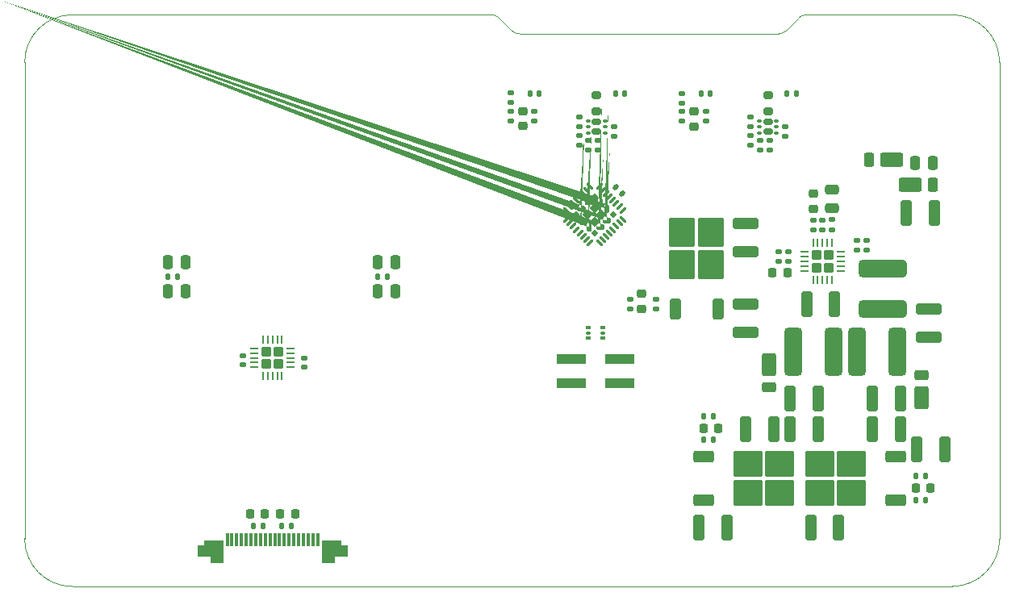
<source format=gbr>
%TF.GenerationSoftware,KiCad,Pcbnew,7.0.7*%
%TF.CreationDate,2023-08-19T17:10:16-04:00*%
%TF.ProjectId,baseboard,62617365-626f-4617-9264-2e6b69636164,A*%
%TF.SameCoordinates,Original*%
%TF.FileFunction,Paste,Top*%
%TF.FilePolarity,Positive*%
%FSLAX46Y46*%
G04 Gerber Fmt 4.6, Leading zero omitted, Abs format (unit mm)*
G04 Created by KiCad (PCBNEW 7.0.7) date 2023-08-19 17:10:16*
%MOMM*%
%LPD*%
G01*
G04 APERTURE LIST*
G04 Aperture macros list*
%AMRoundRect*
0 Rectangle with rounded corners*
0 $1 Rounding radius*
0 $2 $3 $4 $5 $6 $7 $8 $9 X,Y pos of 4 corners*
0 Add a 4 corners polygon primitive as box body*
4,1,4,$2,$3,$4,$5,$6,$7,$8,$9,$2,$3,0*
0 Add four circle primitives for the rounded corners*
1,1,$1+$1,$2,$3*
1,1,$1+$1,$4,$5*
1,1,$1+$1,$6,$7*
1,1,$1+$1,$8,$9*
0 Add four rect primitives between the rounded corners*
20,1,$1+$1,$2,$3,$4,$5,0*
20,1,$1+$1,$4,$5,$6,$7,0*
20,1,$1+$1,$6,$7,$8,$9,0*
20,1,$1+$1,$8,$9,$2,$3,0*%
%AMFreePoly0*
4,1,48,0.206759,0.287330,0.222702,0.287330,0.235599,0.277958,0.250763,0.273032,0.260133,0.260133,0.273032,0.250763,0.277958,0.235599,0.287330,0.222702,0.287330,0.206759,0.292257,0.191596,0.292256,-0.108205,0.289748,-0.115928,0.291018,-0.123951,0.280315,-0.144955,0.273032,-0.167372,0.266460,-0.172145,0.262774,-0.179383,0.179383,-0.262774,0.172145,-0.266460,0.167372,-0.273032,
0.144953,-0.280316,0.123952,-0.291017,0.115930,-0.289745,0.108205,-0.292256,-0.191596,-0.292257,-0.206759,-0.287330,-0.222702,-0.287330,-0.235599,-0.277958,-0.250763,-0.273032,-0.260133,-0.260133,-0.273032,-0.250763,-0.277958,-0.235599,-0.287330,-0.222702,-0.287330,-0.206759,-0.292257,-0.191596,-0.292257,0.191596,-0.287330,0.206759,-0.287330,0.222702,-0.277958,0.235599,-0.273032,0.250763,
-0.260133,0.260133,-0.250763,0.273032,-0.235599,0.277958,-0.222702,0.287330,-0.206759,0.287330,-0.191596,0.292257,0.191596,0.292257,0.206759,0.287330,0.206759,0.287330,$1*%
%AMFreePoly1*
4,1,51,0.147653,0.402231,0.149784,0.402802,0.153047,0.401280,0.170638,0.398179,0.184320,0.386697,0.200509,0.379148,0.268292,0.311365,0.271204,0.307206,0.273115,0.306103,0.274347,0.302717,0.284591,0.288088,0.286147,0.270294,0.292257,0.253509,0.292257,-0.253509,0.291375,-0.258507,0.291947,-0.260640,0.290423,-0.263906,0.287323,-0.281494,0.275841,-0.295175,0.268292,-0.311365,
0.200509,-0.379148,0.196350,-0.382060,0.195247,-0.383971,0.191862,-0.385202,0.177233,-0.395447,0.159438,-0.397003,0.142653,-0.403113,-0.210436,-0.403113,-0.221065,-0.401239,-0.224644,-0.401870,-0.227791,-0.400053,-0.238419,-0.398179,-0.254702,-0.384515,-0.273115,-0.373886,-0.275640,-0.366946,-0.281295,-0.362202,-0.284986,-0.341269,-0.292257,-0.321292,-0.292257,0.321292,-0.290382,0.331922,
-0.291014,0.335500,-0.289197,0.338647,-0.287323,0.349275,-0.273660,0.365558,-0.263030,0.383971,-0.256090,0.386496,-0.251346,0.392151,-0.230413,0.395842,-0.210436,0.403113,0.142653,0.403113,0.147653,0.402231,0.147653,0.402231,$1*%
%AMFreePoly2*
4,1,48,0.115930,0.289745,0.123952,0.291017,0.144953,0.280316,0.167372,0.273032,0.172145,0.266460,0.179383,0.262774,0.262774,0.179383,0.266460,0.172145,0.273032,0.167372,0.280315,0.144955,0.291018,0.123951,0.289748,0.115928,0.292256,0.108205,0.292257,-0.191596,0.287330,-0.206759,0.287330,-0.222702,0.277958,-0.235599,0.273032,-0.250763,0.260133,-0.260133,0.250763,-0.273032,
0.235599,-0.277958,0.222702,-0.287330,0.206759,-0.287330,0.191596,-0.292257,-0.191596,-0.292257,-0.206759,-0.287330,-0.222702,-0.287330,-0.235599,-0.277958,-0.250763,-0.273032,-0.260133,-0.260133,-0.273032,-0.250763,-0.277958,-0.235599,-0.287330,-0.222702,-0.287330,-0.206759,-0.292257,-0.191596,-0.292257,0.191596,-0.287330,0.206759,-0.287330,0.222702,-0.277958,0.235599,-0.273032,0.250763,
-0.260133,0.260133,-0.250763,0.273032,-0.235599,0.277958,-0.222702,0.287330,-0.206759,0.287330,-0.191596,0.292257,0.108205,0.292256,0.115930,0.289745,0.115930,0.289745,$1*%
%AMFreePoly3*
4,1,51,0.331922,0.290382,0.335500,0.291014,0.338647,0.289197,0.349275,0.287323,0.365558,0.273660,0.383971,0.263030,0.386496,0.256090,0.392151,0.251346,0.395842,0.230413,0.403113,0.210436,0.403113,-0.142653,0.402231,-0.147651,0.402803,-0.149784,0.401279,-0.153050,0.398179,-0.170638,0.386697,-0.184319,0.379148,-0.200509,0.311365,-0.268292,0.307206,-0.271204,0.306103,-0.273115,
0.302718,-0.274346,0.288089,-0.284591,0.270294,-0.286147,0.253509,-0.292257,-0.253509,-0.292257,-0.258507,-0.291375,-0.260640,-0.291947,-0.263906,-0.290423,-0.281494,-0.287323,-0.295175,-0.275841,-0.311365,-0.268292,-0.379148,-0.200509,-0.382060,-0.196350,-0.383971,-0.195247,-0.385202,-0.191862,-0.395447,-0.177233,-0.397003,-0.159438,-0.403113,-0.142653,-0.403113,0.210436,-0.401239,0.221065,
-0.401870,0.224644,-0.400053,0.227791,-0.398179,0.238419,-0.384515,0.254702,-0.373886,0.273115,-0.366946,0.275640,-0.362202,0.281295,-0.341269,0.284986,-0.321292,0.292257,0.321292,0.292257,0.331922,0.290382,0.331922,0.290382,$1*%
%AMFreePoly4*
4,1,51,0.258509,0.291375,0.260640,0.291946,0.263903,0.290424,0.281494,0.287323,0.295176,0.275841,0.311365,0.268292,0.379148,0.200509,0.382060,0.196350,0.383971,0.195247,0.385203,0.191861,0.395447,0.177232,0.397003,0.159438,0.403113,0.142653,0.403113,-0.210436,0.401239,-0.221065,0.401870,-0.224644,0.400053,-0.227791,0.398179,-0.238419,0.384515,-0.254702,0.373886,-0.273115,
0.366946,-0.275640,0.362202,-0.281295,0.341269,-0.284986,0.321292,-0.292257,-0.321292,-0.292257,-0.331922,-0.290382,-0.335500,-0.291014,-0.338647,-0.289197,-0.349275,-0.287323,-0.365558,-0.273660,-0.383971,-0.263030,-0.386496,-0.256090,-0.392151,-0.251346,-0.395842,-0.230413,-0.403113,-0.210436,-0.403113,0.142653,-0.402231,0.147653,-0.402802,0.149784,-0.401280,0.153047,-0.398179,0.170638,
-0.386697,0.184320,-0.379148,0.200509,-0.311365,0.268292,-0.307206,0.271204,-0.306103,0.273115,-0.302717,0.274347,-0.288088,0.284591,-0.270294,0.286147,-0.253509,0.292257,0.253509,0.292257,0.258509,0.291375,0.258509,0.291375,$1*%
%AMFreePoly5*
4,1,48,0.206759,0.287330,0.222702,0.287330,0.235599,0.277958,0.250763,0.273032,0.260133,0.260133,0.273032,0.250763,0.277958,0.235599,0.287330,0.222702,0.287330,0.206759,0.292257,0.191596,0.292257,-0.191596,0.287330,-0.206759,0.287330,-0.222702,0.277958,-0.235599,0.273032,-0.250763,0.260133,-0.260133,0.250763,-0.273032,0.235599,-0.277958,0.222702,-0.287330,0.206759,-0.287330,
0.191596,-0.292257,-0.108205,-0.292256,-0.115928,-0.289748,-0.123951,-0.291018,-0.144955,-0.280315,-0.167372,-0.273032,-0.172145,-0.266460,-0.179383,-0.262774,-0.262774,-0.179383,-0.266460,-0.172145,-0.273032,-0.167372,-0.280316,-0.144953,-0.291017,-0.123952,-0.289745,-0.115930,-0.292256,-0.108205,-0.292257,0.191596,-0.287330,0.206759,-0.287330,0.222702,-0.277958,0.235599,-0.273032,0.250763,
-0.260133,0.260133,-0.250763,0.273032,-0.235599,0.277958,-0.222702,0.287330,-0.206759,0.287330,-0.191596,0.292257,0.191596,0.292257,0.206759,0.287330,0.206759,0.287330,$1*%
%AMFreePoly6*
4,1,51,0.221065,0.401239,0.224644,0.401870,0.227791,0.400053,0.238419,0.398179,0.254702,0.384515,0.273115,0.373886,0.275640,0.366946,0.281295,0.362202,0.284986,0.341269,0.292257,0.321292,0.292257,-0.321292,0.290382,-0.331922,0.291014,-0.335500,0.289197,-0.338647,0.287323,-0.349275,0.273660,-0.365558,0.263030,-0.383971,0.256090,-0.386496,0.251346,-0.392151,0.230413,-0.395842,
0.210436,-0.403113,-0.142653,-0.403113,-0.147651,-0.402231,-0.149784,-0.402803,-0.153050,-0.401279,-0.170638,-0.398179,-0.184319,-0.386697,-0.200509,-0.379148,-0.268292,-0.311365,-0.271204,-0.307206,-0.273115,-0.306103,-0.274346,-0.302718,-0.284591,-0.288089,-0.286147,-0.270294,-0.292257,-0.253509,-0.292257,0.253509,-0.291375,0.258509,-0.291946,0.260640,-0.290424,0.263903,-0.287323,0.281494,
-0.275841,0.295176,-0.268292,0.311365,-0.200509,0.379148,-0.196350,0.382060,-0.195247,0.383971,-0.191861,0.385203,-0.177232,0.395447,-0.159438,0.397003,-0.142653,0.403113,0.210436,0.403113,0.221065,0.401239,0.221065,0.401239,$1*%
%AMFreePoly7*
4,1,48,0.206759,0.287330,0.222702,0.287330,0.235599,0.277958,0.250763,0.273032,0.260133,0.260133,0.273032,0.250763,0.277958,0.235599,0.287330,0.222702,0.287330,0.206759,0.292257,0.191596,0.292257,-0.191596,0.287330,-0.206759,0.287330,-0.222702,0.277958,-0.235599,0.273032,-0.250763,0.260133,-0.260133,0.250763,-0.273032,0.235599,-0.277958,0.222702,-0.287330,0.206759,-0.287330,
0.191596,-0.292257,-0.191596,-0.292257,-0.206759,-0.287330,-0.222702,-0.287330,-0.235599,-0.277958,-0.250763,-0.273032,-0.260133,-0.260133,-0.273032,-0.250763,-0.277958,-0.235599,-0.287330,-0.222702,-0.287330,-0.206759,-0.292257,-0.191596,-0.292256,0.108205,-0.289745,0.115930,-0.291017,0.123952,-0.280316,0.144953,-0.273032,0.167372,-0.266460,0.172145,-0.262774,0.179383,-0.179383,0.262774,
-0.172145,0.266460,-0.167372,0.273032,-0.144955,0.280315,-0.123951,0.291018,-0.115928,0.289748,-0.108205,0.292256,0.191596,0.292257,0.206759,0.287330,0.206759,0.287330,$1*%
G04 Aperture macros list end*
%ADD10C,0.100000*%
%ADD11C,0.150000*%
%ADD12C,0.300000*%
%ADD13C,0.010000*%
%ADD14RoundRect,0.135000X0.185000X-0.135000X0.185000X0.135000X-0.185000X0.135000X-0.185000X-0.135000X0*%
%ADD15FreePoly0,225.000000*%
%ADD16FreePoly1,225.000000*%
%ADD17FreePoly2,225.000000*%
%ADD18FreePoly3,225.000000*%
%ADD19RoundRect,0.201557X0.000000X0.285043X-0.285043X0.000000X0.000000X-0.285043X0.285043X0.000000X0*%
%ADD20FreePoly4,225.000000*%
%ADD21FreePoly5,225.000000*%
%ADD22FreePoly6,225.000000*%
%ADD23FreePoly7,225.000000*%
%ADD24RoundRect,0.062500X0.220971X0.309359X-0.309359X-0.220971X-0.220971X-0.309359X0.309359X0.220971X0*%
%ADD25RoundRect,0.062500X-0.220971X0.309359X-0.309359X0.220971X0.220971X-0.309359X0.309359X-0.220971X0*%
%ADD26RoundRect,0.225000X-0.225000X-0.250000X0.225000X-0.250000X0.225000X0.250000X-0.225000X0.250000X0*%
%ADD27RoundRect,0.250000X-0.325000X-1.100000X0.325000X-1.100000X0.325000X1.100000X-0.325000X1.100000X0*%
%ADD28RoundRect,0.140000X0.140000X0.170000X-0.140000X0.170000X-0.140000X-0.170000X0.140000X-0.170000X0*%
%ADD29RoundRect,0.225000X0.250000X-0.225000X0.250000X0.225000X-0.250000X0.225000X-0.250000X-0.225000X0*%
%ADD30RoundRect,0.250000X1.100000X-0.325000X1.100000X0.325000X-1.100000X0.325000X-1.100000X-0.325000X0*%
%ADD31RoundRect,0.135000X-0.185000X0.135000X-0.185000X-0.135000X0.185000X-0.135000X0.185000X0.135000X0*%
%ADD32RoundRect,0.225000X0.225000X0.250000X-0.225000X0.250000X-0.225000X-0.250000X0.225000X-0.250000X0*%
%ADD33R,3.150000X1.000000*%
%ADD34RoundRect,0.250000X0.325000X1.100000X-0.325000X1.100000X-0.325000X-1.100000X0.325000X-1.100000X0*%
%ADD35R,0.300000X1.400000*%
%ADD36RoundRect,0.250000X0.275000X0.275000X-0.275000X0.275000X-0.275000X-0.275000X0.275000X-0.275000X0*%
%ADD37RoundRect,0.062500X0.375000X0.062500X-0.375000X0.062500X-0.375000X-0.062500X0.375000X-0.062500X0*%
%ADD38RoundRect,0.062500X0.062500X0.375000X-0.062500X0.375000X-0.062500X-0.375000X0.062500X-0.375000X0*%
%ADD39RoundRect,0.087500X0.162500X-0.087500X0.162500X0.087500X-0.162500X0.087500X-0.162500X-0.087500X0*%
%ADD40RoundRect,0.150000X0.350000X-0.150000X0.350000X0.150000X-0.350000X0.150000X-0.350000X-0.150000X0*%
%ADD41RoundRect,0.140000X-0.170000X0.140000X-0.170000X-0.140000X0.170000X-0.140000X0.170000X0.140000X0*%
%ADD42RoundRect,0.250000X-0.850000X-0.350000X0.850000X-0.350000X0.850000X0.350000X-0.850000X0.350000X0*%
%ADD43RoundRect,0.250000X-1.275000X-1.125000X1.275000X-1.125000X1.275000X1.125000X-1.275000X1.125000X0*%
%ADD44RoundRect,0.200000X-0.275000X0.200000X-0.275000X-0.200000X0.275000X-0.200000X0.275000X0.200000X0*%
%ADD45RoundRect,0.040000X-0.185000X0.160000X-0.185000X-0.160000X0.185000X-0.160000X0.185000X0.160000X0*%
%ADD46RoundRect,0.030000X-0.195000X0.120000X-0.195000X-0.120000X0.195000X-0.120000X0.195000X0.120000X0*%
%ADD47RoundRect,0.135000X-0.135000X-0.185000X0.135000X-0.185000X0.135000X0.185000X-0.135000X0.185000X0*%
%ADD48RoundRect,0.250000X0.250000X0.475000X-0.250000X0.475000X-0.250000X-0.475000X0.250000X-0.475000X0*%
%ADD49RoundRect,0.475000X-0.475000X-2.075000X0.475000X-2.075000X0.475000X2.075000X-0.475000X2.075000X0*%
%ADD50RoundRect,0.250000X-0.475000X0.250000X-0.475000X-0.250000X0.475000X-0.250000X0.475000X0.250000X0*%
%ADD51RoundRect,0.250000X-0.250000X-0.475000X0.250000X-0.475000X0.250000X0.475000X-0.250000X0.475000X0*%
%ADD52RoundRect,0.250000X0.350000X-0.850000X0.350000X0.850000X-0.350000X0.850000X-0.350000X-0.850000X0*%
%ADD53RoundRect,0.250000X1.125000X-1.275000X1.125000X1.275000X-1.125000X1.275000X-1.125000X-1.275000X0*%
%ADD54RoundRect,0.250000X0.850000X0.350000X-0.850000X0.350000X-0.850000X-0.350000X0.850000X-0.350000X0*%
%ADD55RoundRect,0.250000X1.275000X1.125000X-1.275000X1.125000X-1.275000X-1.125000X1.275000X-1.125000X0*%
%ADD56RoundRect,0.140000X-0.219203X-0.021213X-0.021213X-0.219203X0.219203X0.021213X0.021213X0.219203X0*%
%ADD57RoundRect,0.475000X-2.075000X0.475000X-2.075000X-0.475000X2.075000X-0.475000X2.075000X0.475000X0*%
%ADD58RoundRect,0.225000X-0.250000X0.225000X-0.250000X-0.225000X0.250000X-0.225000X0.250000X0.225000X0*%
%ADD59RoundRect,0.135000X0.135000X0.185000X-0.135000X0.185000X-0.135000X-0.185000X0.135000X-0.185000X0*%
%ADD60RoundRect,0.250000X-0.500000X0.950000X-0.500000X-0.950000X0.500000X-0.950000X0.500000X0.950000X0*%
%ADD61RoundRect,0.250000X-0.500000X0.275000X-0.500000X-0.275000X0.500000X-0.275000X0.500000X0.275000X0*%
%ADD62RoundRect,0.250000X-0.275000X-0.275000X0.275000X-0.275000X0.275000X0.275000X-0.275000X0.275000X0*%
%ADD63RoundRect,0.062500X-0.375000X-0.062500X0.375000X-0.062500X0.375000X0.062500X-0.375000X0.062500X0*%
%ADD64RoundRect,0.062500X-0.062500X-0.375000X0.062500X-0.375000X0.062500X0.375000X-0.062500X0.375000X0*%
%ADD65RoundRect,0.250000X-0.950000X-0.500000X0.950000X-0.500000X0.950000X0.500000X-0.950000X0.500000X0*%
%ADD66RoundRect,0.250000X-0.275000X-0.500000X0.275000X-0.500000X0.275000X0.500000X-0.275000X0.500000X0*%
%ADD67RoundRect,0.250000X0.500000X-0.950000X0.500000X0.950000X-0.500000X0.950000X-0.500000X-0.950000X0*%
%ADD68RoundRect,0.250000X0.500000X-0.275000X0.500000X0.275000X-0.500000X0.275000X-0.500000X-0.275000X0*%
%ADD69RoundRect,0.140000X-0.140000X-0.170000X0.140000X-0.170000X0.140000X0.170000X-0.140000X0.170000X0*%
%ADD70RoundRect,0.475000X0.475000X2.075000X-0.475000X2.075000X-0.475000X-2.075000X0.475000X-2.075000X0*%
%ADD71RoundRect,0.250000X0.950000X0.500000X-0.950000X0.500000X-0.950000X-0.500000X0.950000X-0.500000X0*%
%ADD72RoundRect,0.250000X0.275000X0.500000X-0.275000X0.500000X-0.275000X-0.500000X0.275000X-0.500000X0*%
%TA.AperFunction,Profile*%
%ADD73C,0.050000*%
%TD*%
G04 APERTURE END LIST*
D10*
D11*
X259813572Y-199154128D02*
X258956429Y-199154128D01*
X259385000Y-199154128D02*
X259385000Y-197654128D01*
X259385000Y-197654128D02*
X259242143Y-197868414D01*
X259242143Y-197868414D02*
X259099286Y-198011271D01*
X259099286Y-198011271D02*
X258956429Y-198082700D01*
X261527857Y-197582700D02*
X260242143Y-199511271D01*
X262813572Y-199154128D02*
X261956429Y-199154128D01*
X262385000Y-199154128D02*
X262385000Y-197654128D01*
X262385000Y-197654128D02*
X262242143Y-197868414D01*
X262242143Y-197868414D02*
X262099286Y-198011271D01*
X262099286Y-198011271D02*
X261956429Y-198082700D01*
D10*
D11*
X140409874Y-188759295D02*
X140867017Y-188759295D01*
X140638445Y-189559295D02*
X140638445Y-188759295D01*
X141133684Y-189559295D02*
X141133684Y-188759295D01*
X141400350Y-188759295D02*
X141857493Y-188759295D01*
X141628921Y-189559295D02*
X141628921Y-188759295D01*
X142505112Y-189559295D02*
X142124160Y-189559295D01*
X142124160Y-189559295D02*
X142124160Y-188759295D01*
X142771779Y-189140247D02*
X143038445Y-189140247D01*
X143152731Y-189559295D02*
X142771779Y-189559295D01*
X142771779Y-189559295D02*
X142771779Y-188759295D01*
X142771779Y-188759295D02*
X143152731Y-188759295D01*
D10*
D11*
X235596303Y-195909295D02*
X235329636Y-195528342D01*
X235139160Y-195909295D02*
X235139160Y-195109295D01*
X235139160Y-195109295D02*
X235443922Y-195109295D01*
X235443922Y-195109295D02*
X235520112Y-195147390D01*
X235520112Y-195147390D02*
X235558207Y-195185485D01*
X235558207Y-195185485D02*
X235596303Y-195261676D01*
X235596303Y-195261676D02*
X235596303Y-195375961D01*
X235596303Y-195375961D02*
X235558207Y-195452152D01*
X235558207Y-195452152D02*
X235520112Y-195490247D01*
X235520112Y-195490247D02*
X235443922Y-195528342D01*
X235443922Y-195528342D02*
X235139160Y-195528342D01*
X235939160Y-195490247D02*
X236205826Y-195490247D01*
X236320112Y-195909295D02*
X235939160Y-195909295D01*
X235939160Y-195909295D02*
X235939160Y-195109295D01*
X235939160Y-195109295D02*
X236320112Y-195109295D01*
X236548684Y-195109295D02*
X236815351Y-195909295D01*
X236815351Y-195909295D02*
X237082017Y-195109295D01*
X237348684Y-195909295D02*
X237348684Y-195109295D01*
X237691540Y-195871200D02*
X237805826Y-195909295D01*
X237805826Y-195909295D02*
X237996302Y-195909295D01*
X237996302Y-195909295D02*
X238072493Y-195871200D01*
X238072493Y-195871200D02*
X238110588Y-195833104D01*
X238110588Y-195833104D02*
X238148683Y-195756914D01*
X238148683Y-195756914D02*
X238148683Y-195680723D01*
X238148683Y-195680723D02*
X238110588Y-195604533D01*
X238110588Y-195604533D02*
X238072493Y-195566438D01*
X238072493Y-195566438D02*
X237996302Y-195528342D01*
X237996302Y-195528342D02*
X237843921Y-195490247D01*
X237843921Y-195490247D02*
X237767731Y-195452152D01*
X237767731Y-195452152D02*
X237729636Y-195414057D01*
X237729636Y-195414057D02*
X237691540Y-195337866D01*
X237691540Y-195337866D02*
X237691540Y-195261676D01*
X237691540Y-195261676D02*
X237729636Y-195185485D01*
X237729636Y-195185485D02*
X237767731Y-195147390D01*
X237767731Y-195147390D02*
X237843921Y-195109295D01*
X237843921Y-195109295D02*
X238034398Y-195109295D01*
X238034398Y-195109295D02*
X238148683Y-195147390D01*
X238491541Y-195909295D02*
X238491541Y-195109295D01*
X239024874Y-195109295D02*
X239177255Y-195109295D01*
X239177255Y-195109295D02*
X239253445Y-195147390D01*
X239253445Y-195147390D02*
X239329636Y-195223580D01*
X239329636Y-195223580D02*
X239367731Y-195375961D01*
X239367731Y-195375961D02*
X239367731Y-195642628D01*
X239367731Y-195642628D02*
X239329636Y-195795009D01*
X239329636Y-195795009D02*
X239253445Y-195871200D01*
X239253445Y-195871200D02*
X239177255Y-195909295D01*
X239177255Y-195909295D02*
X239024874Y-195909295D01*
X239024874Y-195909295D02*
X238948683Y-195871200D01*
X238948683Y-195871200D02*
X238872493Y-195795009D01*
X238872493Y-195795009D02*
X238834397Y-195642628D01*
X238834397Y-195642628D02*
X238834397Y-195375961D01*
X238834397Y-195375961D02*
X238872493Y-195223580D01*
X238872493Y-195223580D02*
X238948683Y-195147390D01*
X238948683Y-195147390D02*
X239024874Y-195109295D01*
X239710588Y-195909295D02*
X239710588Y-195109295D01*
X239710588Y-195109295D02*
X240167731Y-195909295D01*
X240167731Y-195909295D02*
X240167731Y-195109295D01*
D10*
D11*
X241489160Y-195909295D02*
X241489160Y-195109295D01*
X241489160Y-195109295D02*
X241679636Y-195109295D01*
X241679636Y-195109295D02*
X241793922Y-195147390D01*
X241793922Y-195147390D02*
X241870112Y-195223580D01*
X241870112Y-195223580D02*
X241908207Y-195299771D01*
X241908207Y-195299771D02*
X241946303Y-195452152D01*
X241946303Y-195452152D02*
X241946303Y-195566438D01*
X241946303Y-195566438D02*
X241908207Y-195718819D01*
X241908207Y-195718819D02*
X241870112Y-195795009D01*
X241870112Y-195795009D02*
X241793922Y-195871200D01*
X241793922Y-195871200D02*
X241679636Y-195909295D01*
X241679636Y-195909295D02*
X241489160Y-195909295D01*
X242251064Y-195680723D02*
X242632017Y-195680723D01*
X242174874Y-195909295D02*
X242441541Y-195109295D01*
X242441541Y-195109295D02*
X242708207Y-195909295D01*
X242860588Y-195109295D02*
X243317731Y-195109295D01*
X243089159Y-195909295D02*
X243089159Y-195109295D01*
X243584398Y-195490247D02*
X243851064Y-195490247D01*
X243965350Y-195909295D02*
X243584398Y-195909295D01*
X243584398Y-195909295D02*
X243584398Y-195109295D01*
X243584398Y-195109295D02*
X243965350Y-195109295D01*
X245070113Y-195109295D02*
X245222494Y-195109295D01*
X245222494Y-195109295D02*
X245298684Y-195147390D01*
X245298684Y-195147390D02*
X245374875Y-195223580D01*
X245374875Y-195223580D02*
X245412970Y-195375961D01*
X245412970Y-195375961D02*
X245412970Y-195642628D01*
X245412970Y-195642628D02*
X245374875Y-195795009D01*
X245374875Y-195795009D02*
X245298684Y-195871200D01*
X245298684Y-195871200D02*
X245222494Y-195909295D01*
X245222494Y-195909295D02*
X245070113Y-195909295D01*
X245070113Y-195909295D02*
X244993922Y-195871200D01*
X244993922Y-195871200D02*
X244917732Y-195795009D01*
X244917732Y-195795009D02*
X244879636Y-195642628D01*
X244879636Y-195642628D02*
X244879636Y-195375961D01*
X244879636Y-195375961D02*
X244917732Y-195223580D01*
X244917732Y-195223580D02*
X244993922Y-195147390D01*
X244993922Y-195147390D02*
X245070113Y-195109295D01*
X246022493Y-195490247D02*
X245755827Y-195490247D01*
X245755827Y-195909295D02*
X245755827Y-195109295D01*
X245755827Y-195109295D02*
X246136779Y-195109295D01*
X247051065Y-195909295D02*
X247051065Y-195109295D01*
X247393921Y-195871200D02*
X247508207Y-195909295D01*
X247508207Y-195909295D02*
X247698683Y-195909295D01*
X247698683Y-195909295D02*
X247774874Y-195871200D01*
X247774874Y-195871200D02*
X247812969Y-195833104D01*
X247812969Y-195833104D02*
X247851064Y-195756914D01*
X247851064Y-195756914D02*
X247851064Y-195680723D01*
X247851064Y-195680723D02*
X247812969Y-195604533D01*
X247812969Y-195604533D02*
X247774874Y-195566438D01*
X247774874Y-195566438D02*
X247698683Y-195528342D01*
X247698683Y-195528342D02*
X247546302Y-195490247D01*
X247546302Y-195490247D02*
X247470112Y-195452152D01*
X247470112Y-195452152D02*
X247432017Y-195414057D01*
X247432017Y-195414057D02*
X247393921Y-195337866D01*
X247393921Y-195337866D02*
X247393921Y-195261676D01*
X247393921Y-195261676D02*
X247432017Y-195185485D01*
X247432017Y-195185485D02*
X247470112Y-195147390D01*
X247470112Y-195147390D02*
X247546302Y-195109295D01*
X247546302Y-195109295D02*
X247736779Y-195109295D01*
X247736779Y-195109295D02*
X247851064Y-195147390D01*
X248155826Y-195871200D02*
X248270112Y-195909295D01*
X248270112Y-195909295D02*
X248460588Y-195909295D01*
X248460588Y-195909295D02*
X248536779Y-195871200D01*
X248536779Y-195871200D02*
X248574874Y-195833104D01*
X248574874Y-195833104D02*
X248612969Y-195756914D01*
X248612969Y-195756914D02*
X248612969Y-195680723D01*
X248612969Y-195680723D02*
X248574874Y-195604533D01*
X248574874Y-195604533D02*
X248536779Y-195566438D01*
X248536779Y-195566438D02*
X248460588Y-195528342D01*
X248460588Y-195528342D02*
X248308207Y-195490247D01*
X248308207Y-195490247D02*
X248232017Y-195452152D01*
X248232017Y-195452152D02*
X248193922Y-195414057D01*
X248193922Y-195414057D02*
X248155826Y-195337866D01*
X248155826Y-195337866D02*
X248155826Y-195261676D01*
X248155826Y-195261676D02*
X248193922Y-195185485D01*
X248193922Y-195185485D02*
X248232017Y-195147390D01*
X248232017Y-195147390D02*
X248308207Y-195109295D01*
X248308207Y-195109295D02*
X248498684Y-195109295D01*
X248498684Y-195109295D02*
X248612969Y-195147390D01*
X248955827Y-195109295D02*
X248955827Y-195756914D01*
X248955827Y-195756914D02*
X248993922Y-195833104D01*
X248993922Y-195833104D02*
X249032017Y-195871200D01*
X249032017Y-195871200D02*
X249108208Y-195909295D01*
X249108208Y-195909295D02*
X249260589Y-195909295D01*
X249260589Y-195909295D02*
X249336779Y-195871200D01*
X249336779Y-195871200D02*
X249374874Y-195833104D01*
X249374874Y-195833104D02*
X249412970Y-195756914D01*
X249412970Y-195756914D02*
X249412970Y-195109295D01*
X249793922Y-195490247D02*
X250060588Y-195490247D01*
X250174874Y-195909295D02*
X249793922Y-195909295D01*
X249793922Y-195909295D02*
X249793922Y-195109295D01*
X249793922Y-195109295D02*
X250174874Y-195109295D01*
D10*
D11*
X258596064Y-195871200D02*
X258710350Y-195909295D01*
X258710350Y-195909295D02*
X258900826Y-195909295D01*
X258900826Y-195909295D02*
X258977017Y-195871200D01*
X258977017Y-195871200D02*
X259015112Y-195833104D01*
X259015112Y-195833104D02*
X259053207Y-195756914D01*
X259053207Y-195756914D02*
X259053207Y-195680723D01*
X259053207Y-195680723D02*
X259015112Y-195604533D01*
X259015112Y-195604533D02*
X258977017Y-195566438D01*
X258977017Y-195566438D02*
X258900826Y-195528342D01*
X258900826Y-195528342D02*
X258748445Y-195490247D01*
X258748445Y-195490247D02*
X258672255Y-195452152D01*
X258672255Y-195452152D02*
X258634160Y-195414057D01*
X258634160Y-195414057D02*
X258596064Y-195337866D01*
X258596064Y-195337866D02*
X258596064Y-195261676D01*
X258596064Y-195261676D02*
X258634160Y-195185485D01*
X258634160Y-195185485D02*
X258672255Y-195147390D01*
X258672255Y-195147390D02*
X258748445Y-195109295D01*
X258748445Y-195109295D02*
X258938922Y-195109295D01*
X258938922Y-195109295D02*
X259053207Y-195147390D01*
X259396065Y-195909295D02*
X259396065Y-195109295D01*
X259396065Y-195490247D02*
X259853208Y-195490247D01*
X259853208Y-195909295D02*
X259853208Y-195109295D01*
X260234160Y-195490247D02*
X260500826Y-195490247D01*
X260615112Y-195909295D02*
X260234160Y-195909295D01*
X260234160Y-195909295D02*
X260234160Y-195109295D01*
X260234160Y-195109295D02*
X260615112Y-195109295D01*
X260957970Y-195490247D02*
X261224636Y-195490247D01*
X261338922Y-195909295D02*
X260957970Y-195909295D01*
X260957970Y-195909295D02*
X260957970Y-195109295D01*
X260957970Y-195109295D02*
X261338922Y-195109295D01*
X261567494Y-195109295D02*
X262024637Y-195109295D01*
X261796065Y-195909295D02*
X261796065Y-195109295D01*
D10*
D11*
X239299285Y-192804128D02*
X239299285Y-191304128D01*
X239299285Y-191304128D02*
X239870714Y-191304128D01*
X239870714Y-191304128D02*
X240013571Y-191375557D01*
X240013571Y-191375557D02*
X240085000Y-191446985D01*
X240085000Y-191446985D02*
X240156428Y-191589842D01*
X240156428Y-191589842D02*
X240156428Y-191804128D01*
X240156428Y-191804128D02*
X240085000Y-191946985D01*
X240085000Y-191946985D02*
X240013571Y-192018414D01*
X240013571Y-192018414D02*
X239870714Y-192089842D01*
X239870714Y-192089842D02*
X239299285Y-192089842D01*
X241656428Y-192661271D02*
X241585000Y-192732700D01*
X241585000Y-192732700D02*
X241370714Y-192804128D01*
X241370714Y-192804128D02*
X241227857Y-192804128D01*
X241227857Y-192804128D02*
X241013571Y-192732700D01*
X241013571Y-192732700D02*
X240870714Y-192589842D01*
X240870714Y-192589842D02*
X240799285Y-192446985D01*
X240799285Y-192446985D02*
X240727857Y-192161271D01*
X240727857Y-192161271D02*
X240727857Y-191946985D01*
X240727857Y-191946985D02*
X240799285Y-191661271D01*
X240799285Y-191661271D02*
X240870714Y-191518414D01*
X240870714Y-191518414D02*
X241013571Y-191375557D01*
X241013571Y-191375557D02*
X241227857Y-191304128D01*
X241227857Y-191304128D02*
X241370714Y-191304128D01*
X241370714Y-191304128D02*
X241585000Y-191375557D01*
X241585000Y-191375557D02*
X241656428Y-191446985D01*
X242799285Y-192018414D02*
X243013571Y-192089842D01*
X243013571Y-192089842D02*
X243085000Y-192161271D01*
X243085000Y-192161271D02*
X243156428Y-192304128D01*
X243156428Y-192304128D02*
X243156428Y-192518414D01*
X243156428Y-192518414D02*
X243085000Y-192661271D01*
X243085000Y-192661271D02*
X243013571Y-192732700D01*
X243013571Y-192732700D02*
X242870714Y-192804128D01*
X242870714Y-192804128D02*
X242299285Y-192804128D01*
X242299285Y-192804128D02*
X242299285Y-191304128D01*
X242299285Y-191304128D02*
X242799285Y-191304128D01*
X242799285Y-191304128D02*
X242942143Y-191375557D01*
X242942143Y-191375557D02*
X243013571Y-191446985D01*
X243013571Y-191446985D02*
X243085000Y-191589842D01*
X243085000Y-191589842D02*
X243085000Y-191732700D01*
X243085000Y-191732700D02*
X243013571Y-191875557D01*
X243013571Y-191875557D02*
X242942143Y-191946985D01*
X242942143Y-191946985D02*
X242799285Y-192018414D01*
X242799285Y-192018414D02*
X242299285Y-192018414D01*
X243727857Y-192375557D02*
X244442143Y-192375557D01*
X243585000Y-192804128D02*
X244085000Y-191304128D01*
X244085000Y-191304128D02*
X244585000Y-192804128D01*
D10*
D11*
X225068064Y-195680723D02*
X225449017Y-195680723D01*
X224991874Y-195909295D02*
X225258541Y-195109295D01*
X225258541Y-195109295D02*
X225525207Y-195909295D01*
X225791874Y-195909295D02*
X225791874Y-195109295D01*
X225791874Y-195109295D02*
X226096636Y-195109295D01*
X226096636Y-195109295D02*
X226172826Y-195147390D01*
X226172826Y-195147390D02*
X226210921Y-195185485D01*
X226210921Y-195185485D02*
X226249017Y-195261676D01*
X226249017Y-195261676D02*
X226249017Y-195375961D01*
X226249017Y-195375961D02*
X226210921Y-195452152D01*
X226210921Y-195452152D02*
X226172826Y-195490247D01*
X226172826Y-195490247D02*
X226096636Y-195528342D01*
X226096636Y-195528342D02*
X225791874Y-195528342D01*
X226591874Y-195909295D02*
X226591874Y-195109295D01*
X226591874Y-195109295D02*
X226896636Y-195109295D01*
X226896636Y-195109295D02*
X226972826Y-195147390D01*
X226972826Y-195147390D02*
X227010921Y-195185485D01*
X227010921Y-195185485D02*
X227049017Y-195261676D01*
X227049017Y-195261676D02*
X227049017Y-195375961D01*
X227049017Y-195375961D02*
X227010921Y-195452152D01*
X227010921Y-195452152D02*
X226972826Y-195490247D01*
X226972826Y-195490247D02*
X226896636Y-195528342D01*
X226896636Y-195528342D02*
X226591874Y-195528342D01*
X227849017Y-195909295D02*
X227582350Y-195528342D01*
X227391874Y-195909295D02*
X227391874Y-195109295D01*
X227391874Y-195109295D02*
X227696636Y-195109295D01*
X227696636Y-195109295D02*
X227772826Y-195147390D01*
X227772826Y-195147390D02*
X227810921Y-195185485D01*
X227810921Y-195185485D02*
X227849017Y-195261676D01*
X227849017Y-195261676D02*
X227849017Y-195375961D01*
X227849017Y-195375961D02*
X227810921Y-195452152D01*
X227810921Y-195452152D02*
X227772826Y-195490247D01*
X227772826Y-195490247D02*
X227696636Y-195528342D01*
X227696636Y-195528342D02*
X227391874Y-195528342D01*
X228344255Y-195109295D02*
X228496636Y-195109295D01*
X228496636Y-195109295D02*
X228572826Y-195147390D01*
X228572826Y-195147390D02*
X228649017Y-195223580D01*
X228649017Y-195223580D02*
X228687112Y-195375961D01*
X228687112Y-195375961D02*
X228687112Y-195642628D01*
X228687112Y-195642628D02*
X228649017Y-195795009D01*
X228649017Y-195795009D02*
X228572826Y-195871200D01*
X228572826Y-195871200D02*
X228496636Y-195909295D01*
X228496636Y-195909295D02*
X228344255Y-195909295D01*
X228344255Y-195909295D02*
X228268064Y-195871200D01*
X228268064Y-195871200D02*
X228191874Y-195795009D01*
X228191874Y-195795009D02*
X228153778Y-195642628D01*
X228153778Y-195642628D02*
X228153778Y-195375961D01*
X228153778Y-195375961D02*
X228191874Y-195223580D01*
X228191874Y-195223580D02*
X228268064Y-195147390D01*
X228268064Y-195147390D02*
X228344255Y-195109295D01*
X228915683Y-195109295D02*
X229182350Y-195909295D01*
X229182350Y-195909295D02*
X229449016Y-195109295D01*
X229715683Y-195490247D02*
X229982349Y-195490247D01*
X230096635Y-195909295D02*
X229715683Y-195909295D01*
X229715683Y-195909295D02*
X229715683Y-195109295D01*
X229715683Y-195109295D02*
X230096635Y-195109295D01*
X230439493Y-195909295D02*
X230439493Y-195109295D01*
X230439493Y-195109295D02*
X230629969Y-195109295D01*
X230629969Y-195109295D02*
X230744255Y-195147390D01*
X230744255Y-195147390D02*
X230820445Y-195223580D01*
X230820445Y-195223580D02*
X230858540Y-195299771D01*
X230858540Y-195299771D02*
X230896636Y-195452152D01*
X230896636Y-195452152D02*
X230896636Y-195566438D01*
X230896636Y-195566438D02*
X230858540Y-195718819D01*
X230858540Y-195718819D02*
X230820445Y-195795009D01*
X230820445Y-195795009D02*
X230744255Y-195871200D01*
X230744255Y-195871200D02*
X230629969Y-195909295D01*
X230629969Y-195909295D02*
X230439493Y-195909295D01*
X232115683Y-195490247D02*
X232229969Y-195528342D01*
X232229969Y-195528342D02*
X232268064Y-195566438D01*
X232268064Y-195566438D02*
X232306160Y-195642628D01*
X232306160Y-195642628D02*
X232306160Y-195756914D01*
X232306160Y-195756914D02*
X232268064Y-195833104D01*
X232268064Y-195833104D02*
X232229969Y-195871200D01*
X232229969Y-195871200D02*
X232153779Y-195909295D01*
X232153779Y-195909295D02*
X231849017Y-195909295D01*
X231849017Y-195909295D02*
X231849017Y-195109295D01*
X231849017Y-195109295D02*
X232115683Y-195109295D01*
X232115683Y-195109295D02*
X232191874Y-195147390D01*
X232191874Y-195147390D02*
X232229969Y-195185485D01*
X232229969Y-195185485D02*
X232268064Y-195261676D01*
X232268064Y-195261676D02*
X232268064Y-195337866D01*
X232268064Y-195337866D02*
X232229969Y-195414057D01*
X232229969Y-195414057D02*
X232191874Y-195452152D01*
X232191874Y-195452152D02*
X232115683Y-195490247D01*
X232115683Y-195490247D02*
X231849017Y-195490247D01*
X232801398Y-195528342D02*
X232801398Y-195909295D01*
X232534731Y-195109295D02*
X232801398Y-195528342D01*
X232801398Y-195528342D02*
X233068064Y-195109295D01*
D10*
D11*
X144445112Y-196918271D02*
X144302255Y-196846842D01*
X144302255Y-196846842D02*
X144016541Y-196846842D01*
X144016541Y-196846842D02*
X143873684Y-196918271D01*
X143873684Y-196918271D02*
X143730826Y-197061128D01*
X143730826Y-197061128D02*
X143659398Y-197203985D01*
X143659398Y-197203985D02*
X143659398Y-197489700D01*
X143659398Y-197489700D02*
X143730826Y-197632557D01*
X143730826Y-197632557D02*
X143873684Y-197775414D01*
X143873684Y-197775414D02*
X144016541Y-197846842D01*
X144016541Y-197846842D02*
X144302255Y-197846842D01*
X144302255Y-197846842D02*
X144445112Y-197775414D01*
X144159398Y-196346842D02*
X143802255Y-196418271D01*
X143802255Y-196418271D02*
X143445112Y-196632557D01*
X143445112Y-196632557D02*
X143230826Y-196989700D01*
X143230826Y-196989700D02*
X143159398Y-197346842D01*
X143159398Y-197346842D02*
X143230826Y-197703985D01*
X143230826Y-197703985D02*
X143445112Y-198061128D01*
X143445112Y-198061128D02*
X143802255Y-198275414D01*
X143802255Y-198275414D02*
X144159398Y-198346842D01*
X144159398Y-198346842D02*
X144516541Y-198275414D01*
X144516541Y-198275414D02*
X144873684Y-198061128D01*
X144873684Y-198061128D02*
X145087969Y-197703985D01*
X145087969Y-197703985D02*
X145159398Y-197346842D01*
X145159398Y-197346842D02*
X145087969Y-196989700D01*
X145087969Y-196989700D02*
X144873684Y-196632557D01*
X144873684Y-196632557D02*
X144516541Y-196418271D01*
X144516541Y-196418271D02*
X144159398Y-196346842D01*
X146873684Y-197632557D02*
X147587970Y-197632557D01*
X146730827Y-198061128D02*
X147230827Y-196561128D01*
X147230827Y-196561128D02*
X147730827Y-198061128D01*
X148445112Y-198061128D02*
X148302255Y-197989700D01*
X148302255Y-197989700D02*
X148230826Y-197846842D01*
X148230826Y-197846842D02*
X148230826Y-196561128D01*
X149587969Y-197989700D02*
X149445112Y-198061128D01*
X149445112Y-198061128D02*
X149159398Y-198061128D01*
X149159398Y-198061128D02*
X149016540Y-197989700D01*
X149016540Y-197989700D02*
X148945112Y-197846842D01*
X148945112Y-197846842D02*
X148945112Y-197275414D01*
X148945112Y-197275414D02*
X149016540Y-197132557D01*
X149016540Y-197132557D02*
X149159398Y-197061128D01*
X149159398Y-197061128D02*
X149445112Y-197061128D01*
X149445112Y-197061128D02*
X149587969Y-197132557D01*
X149587969Y-197132557D02*
X149659398Y-197275414D01*
X149659398Y-197275414D02*
X149659398Y-197418271D01*
X149659398Y-197418271D02*
X148945112Y-197561128D01*
X150230826Y-197989700D02*
X150373683Y-198061128D01*
X150373683Y-198061128D02*
X150659397Y-198061128D01*
X150659397Y-198061128D02*
X150802254Y-197989700D01*
X150802254Y-197989700D02*
X150873683Y-197846842D01*
X150873683Y-197846842D02*
X150873683Y-197775414D01*
X150873683Y-197775414D02*
X150802254Y-197632557D01*
X150802254Y-197632557D02*
X150659397Y-197561128D01*
X150659397Y-197561128D02*
X150445112Y-197561128D01*
X150445112Y-197561128D02*
X150302254Y-197489700D01*
X150302254Y-197489700D02*
X150230826Y-197346842D01*
X150230826Y-197346842D02*
X150230826Y-197275414D01*
X150230826Y-197275414D02*
X150302254Y-197132557D01*
X150302254Y-197132557D02*
X150445112Y-197061128D01*
X150445112Y-197061128D02*
X150659397Y-197061128D01*
X150659397Y-197061128D02*
X150802254Y-197132557D01*
X151445112Y-197989700D02*
X151587969Y-198061128D01*
X151587969Y-198061128D02*
X151873683Y-198061128D01*
X151873683Y-198061128D02*
X152016540Y-197989700D01*
X152016540Y-197989700D02*
X152087969Y-197846842D01*
X152087969Y-197846842D02*
X152087969Y-197775414D01*
X152087969Y-197775414D02*
X152016540Y-197632557D01*
X152016540Y-197632557D02*
X151873683Y-197561128D01*
X151873683Y-197561128D02*
X151659398Y-197561128D01*
X151659398Y-197561128D02*
X151516540Y-197489700D01*
X151516540Y-197489700D02*
X151445112Y-197346842D01*
X151445112Y-197346842D02*
X151445112Y-197275414D01*
X151445112Y-197275414D02*
X151516540Y-197132557D01*
X151516540Y-197132557D02*
X151659398Y-197061128D01*
X151659398Y-197061128D02*
X151873683Y-197061128D01*
X151873683Y-197061128D02*
X152016540Y-197132557D01*
X153373684Y-198061128D02*
X153373684Y-197275414D01*
X153373684Y-197275414D02*
X153302255Y-197132557D01*
X153302255Y-197132557D02*
X153159398Y-197061128D01*
X153159398Y-197061128D02*
X152873684Y-197061128D01*
X152873684Y-197061128D02*
X152730826Y-197132557D01*
X153373684Y-197989700D02*
X153230826Y-198061128D01*
X153230826Y-198061128D02*
X152873684Y-198061128D01*
X152873684Y-198061128D02*
X152730826Y-197989700D01*
X152730826Y-197989700D02*
X152659398Y-197846842D01*
X152659398Y-197846842D02*
X152659398Y-197703985D01*
X152659398Y-197703985D02*
X152730826Y-197561128D01*
X152730826Y-197561128D02*
X152873684Y-197489700D01*
X152873684Y-197489700D02*
X153230826Y-197489700D01*
X153230826Y-197489700D02*
X153373684Y-197418271D01*
X154087969Y-197061128D02*
X154087969Y-198061128D01*
X154087969Y-197203985D02*
X154159398Y-197132557D01*
X154159398Y-197132557D02*
X154302255Y-197061128D01*
X154302255Y-197061128D02*
X154516541Y-197061128D01*
X154516541Y-197061128D02*
X154659398Y-197132557D01*
X154659398Y-197132557D02*
X154730827Y-197275414D01*
X154730827Y-197275414D02*
X154730827Y-198061128D01*
X156087970Y-198061128D02*
X156087970Y-196561128D01*
X156087970Y-197989700D02*
X155945112Y-198061128D01*
X155945112Y-198061128D02*
X155659398Y-198061128D01*
X155659398Y-198061128D02*
X155516541Y-197989700D01*
X155516541Y-197989700D02*
X155445112Y-197918271D01*
X155445112Y-197918271D02*
X155373684Y-197775414D01*
X155373684Y-197775414D02*
X155373684Y-197346842D01*
X155373684Y-197346842D02*
X155445112Y-197203985D01*
X155445112Y-197203985D02*
X155516541Y-197132557D01*
X155516541Y-197132557D02*
X155659398Y-197061128D01*
X155659398Y-197061128D02*
X155945112Y-197061128D01*
X155945112Y-197061128D02*
X156087970Y-197132557D01*
X156802255Y-198061128D02*
X156802255Y-197061128D01*
X156802255Y-197346842D02*
X156873684Y-197203985D01*
X156873684Y-197203985D02*
X156945113Y-197132557D01*
X156945113Y-197132557D02*
X157087970Y-197061128D01*
X157087970Y-197061128D02*
X157230827Y-197061128D01*
X157945112Y-198061128D02*
X157802255Y-197989700D01*
X157802255Y-197989700D02*
X157730826Y-197918271D01*
X157730826Y-197918271D02*
X157659398Y-197775414D01*
X157659398Y-197775414D02*
X157659398Y-197346842D01*
X157659398Y-197346842D02*
X157730826Y-197203985D01*
X157730826Y-197203985D02*
X157802255Y-197132557D01*
X157802255Y-197132557D02*
X157945112Y-197061128D01*
X157945112Y-197061128D02*
X158159398Y-197061128D01*
X158159398Y-197061128D02*
X158302255Y-197132557D01*
X158302255Y-197132557D02*
X158373684Y-197203985D01*
X158373684Y-197203985D02*
X158445112Y-197346842D01*
X158445112Y-197346842D02*
X158445112Y-197775414D01*
X158445112Y-197775414D02*
X158373684Y-197918271D01*
X158373684Y-197918271D02*
X158302255Y-197989700D01*
X158302255Y-197989700D02*
X158159398Y-198061128D01*
X158159398Y-198061128D02*
X157945112Y-198061128D01*
X161087969Y-198061128D02*
X160587969Y-197346842D01*
X160230826Y-198061128D02*
X160230826Y-196561128D01*
X160230826Y-196561128D02*
X160802255Y-196561128D01*
X160802255Y-196561128D02*
X160945112Y-196632557D01*
X160945112Y-196632557D02*
X161016541Y-196703985D01*
X161016541Y-196703985D02*
X161087969Y-196846842D01*
X161087969Y-196846842D02*
X161087969Y-197061128D01*
X161087969Y-197061128D02*
X161016541Y-197203985D01*
X161016541Y-197203985D02*
X160945112Y-197275414D01*
X160945112Y-197275414D02*
X160802255Y-197346842D01*
X160802255Y-197346842D02*
X160230826Y-197346842D01*
X161730826Y-198061128D02*
X161730826Y-197061128D01*
X161730826Y-196561128D02*
X161659398Y-196632557D01*
X161659398Y-196632557D02*
X161730826Y-196703985D01*
X161730826Y-196703985D02*
X161802255Y-196632557D01*
X161802255Y-196632557D02*
X161730826Y-196561128D01*
X161730826Y-196561128D02*
X161730826Y-196703985D01*
X162302255Y-197061128D02*
X163087970Y-197061128D01*
X163087970Y-197061128D02*
X162302255Y-198061128D01*
X162302255Y-198061128D02*
X163087970Y-198061128D01*
X163516541Y-197061128D02*
X164302256Y-197061128D01*
X164302256Y-197061128D02*
X163516541Y-198061128D01*
X163516541Y-198061128D02*
X164302256Y-198061128D01*
X165087970Y-198061128D02*
X164945113Y-197989700D01*
X164945113Y-197989700D02*
X164873684Y-197918271D01*
X164873684Y-197918271D02*
X164802256Y-197775414D01*
X164802256Y-197775414D02*
X164802256Y-197346842D01*
X164802256Y-197346842D02*
X164873684Y-197203985D01*
X164873684Y-197203985D02*
X164945113Y-197132557D01*
X164945113Y-197132557D02*
X165087970Y-197061128D01*
X165087970Y-197061128D02*
X165302256Y-197061128D01*
X165302256Y-197061128D02*
X165445113Y-197132557D01*
X165445113Y-197132557D02*
X165516542Y-197203985D01*
X165516542Y-197203985D02*
X165587970Y-197346842D01*
X165587970Y-197346842D02*
X165587970Y-197775414D01*
X165587970Y-197775414D02*
X165516542Y-197918271D01*
X165516542Y-197918271D02*
X165445113Y-197989700D01*
X165445113Y-197989700D02*
X165302256Y-198061128D01*
X165302256Y-198061128D02*
X165087970Y-198061128D01*
X166230827Y-197061128D02*
X166230827Y-198061128D01*
X166230827Y-197203985D02*
X166302256Y-197132557D01*
X166302256Y-197132557D02*
X166445113Y-197061128D01*
X166445113Y-197061128D02*
X166659399Y-197061128D01*
X166659399Y-197061128D02*
X166802256Y-197132557D01*
X166802256Y-197132557D02*
X166873685Y-197275414D01*
X166873685Y-197275414D02*
X166873685Y-198061128D01*
X167587970Y-198061128D02*
X167587970Y-197061128D01*
X167587970Y-196561128D02*
X167516542Y-196632557D01*
X167516542Y-196632557D02*
X167587970Y-196703985D01*
X167587970Y-196703985D02*
X167659399Y-196632557D01*
X167659399Y-196632557D02*
X167587970Y-196561128D01*
X167587970Y-196561128D02*
X167587970Y-196703985D01*
D10*
D11*
X227670714Y-192375557D02*
X228385000Y-192375557D01*
X227527857Y-192804128D02*
X228027857Y-191304128D01*
X228027857Y-191304128D02*
X228527857Y-192804128D01*
X229027856Y-192804128D02*
X229027856Y-191304128D01*
X230599285Y-192804128D02*
X230099285Y-192089842D01*
X229742142Y-192804128D02*
X229742142Y-191304128D01*
X229742142Y-191304128D02*
X230313571Y-191304128D01*
X230313571Y-191304128D02*
X230456428Y-191375557D01*
X230456428Y-191375557D02*
X230527857Y-191446985D01*
X230527857Y-191446985D02*
X230599285Y-191589842D01*
X230599285Y-191589842D02*
X230599285Y-191804128D01*
X230599285Y-191804128D02*
X230527857Y-191946985D01*
X230527857Y-191946985D02*
X230456428Y-192018414D01*
X230456428Y-192018414D02*
X230313571Y-192089842D01*
X230313571Y-192089842D02*
X229742142Y-192089842D01*
D10*
D11*
D10*
D11*
X250379160Y-189559295D02*
X250379160Y-188759295D01*
X250379160Y-188759295D02*
X250569636Y-188759295D01*
X250569636Y-188759295D02*
X250683922Y-188797390D01*
X250683922Y-188797390D02*
X250760112Y-188873580D01*
X250760112Y-188873580D02*
X250798207Y-188949771D01*
X250798207Y-188949771D02*
X250836303Y-189102152D01*
X250836303Y-189102152D02*
X250836303Y-189216438D01*
X250836303Y-189216438D02*
X250798207Y-189368819D01*
X250798207Y-189368819D02*
X250760112Y-189445009D01*
X250760112Y-189445009D02*
X250683922Y-189521200D01*
X250683922Y-189521200D02*
X250569636Y-189559295D01*
X250569636Y-189559295D02*
X250379160Y-189559295D01*
X251331541Y-188759295D02*
X251483922Y-188759295D01*
X251483922Y-188759295D02*
X251560112Y-188797390D01*
X251560112Y-188797390D02*
X251636303Y-188873580D01*
X251636303Y-188873580D02*
X251674398Y-189025961D01*
X251674398Y-189025961D02*
X251674398Y-189292628D01*
X251674398Y-189292628D02*
X251636303Y-189445009D01*
X251636303Y-189445009D02*
X251560112Y-189521200D01*
X251560112Y-189521200D02*
X251483922Y-189559295D01*
X251483922Y-189559295D02*
X251331541Y-189559295D01*
X251331541Y-189559295D02*
X251255350Y-189521200D01*
X251255350Y-189521200D02*
X251179160Y-189445009D01*
X251179160Y-189445009D02*
X251141064Y-189292628D01*
X251141064Y-189292628D02*
X251141064Y-189025961D01*
X251141064Y-189025961D02*
X251179160Y-188873580D01*
X251179160Y-188873580D02*
X251255350Y-188797390D01*
X251255350Y-188797390D02*
X251331541Y-188759295D01*
X252474398Y-189483104D02*
X252436302Y-189521200D01*
X252436302Y-189521200D02*
X252322017Y-189559295D01*
X252322017Y-189559295D02*
X252245826Y-189559295D01*
X252245826Y-189559295D02*
X252131540Y-189521200D01*
X252131540Y-189521200D02*
X252055350Y-189445009D01*
X252055350Y-189445009D02*
X252017255Y-189368819D01*
X252017255Y-189368819D02*
X251979159Y-189216438D01*
X251979159Y-189216438D02*
X251979159Y-189102152D01*
X251979159Y-189102152D02*
X252017255Y-188949771D01*
X252017255Y-188949771D02*
X252055350Y-188873580D01*
X252055350Y-188873580D02*
X252131540Y-188797390D01*
X252131540Y-188797390D02*
X252245826Y-188759295D01*
X252245826Y-188759295D02*
X252322017Y-188759295D01*
X252322017Y-188759295D02*
X252436302Y-188797390D01*
X252436302Y-188797390D02*
X252474398Y-188835485D01*
X252817255Y-188759295D02*
X252817255Y-189406914D01*
X252817255Y-189406914D02*
X252855350Y-189483104D01*
X252855350Y-189483104D02*
X252893445Y-189521200D01*
X252893445Y-189521200D02*
X252969636Y-189559295D01*
X252969636Y-189559295D02*
X253122017Y-189559295D01*
X253122017Y-189559295D02*
X253198207Y-189521200D01*
X253198207Y-189521200D02*
X253236302Y-189483104D01*
X253236302Y-189483104D02*
X253274398Y-189406914D01*
X253274398Y-189406914D02*
X253274398Y-188759295D01*
X253655350Y-189559295D02*
X253655350Y-188759295D01*
X253655350Y-188759295D02*
X253922016Y-189330723D01*
X253922016Y-189330723D02*
X254188683Y-188759295D01*
X254188683Y-188759295D02*
X254188683Y-189559295D01*
X254569636Y-189140247D02*
X254836302Y-189140247D01*
X254950588Y-189559295D02*
X254569636Y-189559295D01*
X254569636Y-189559295D02*
X254569636Y-188759295D01*
X254569636Y-188759295D02*
X254950588Y-188759295D01*
X255293446Y-189559295D02*
X255293446Y-188759295D01*
X255293446Y-188759295D02*
X255750589Y-189559295D01*
X255750589Y-189559295D02*
X255750589Y-188759295D01*
X256017255Y-188759295D02*
X256474398Y-188759295D01*
X256245826Y-189559295D02*
X256245826Y-188759295D01*
X257312493Y-189521200D02*
X257426779Y-189559295D01*
X257426779Y-189559295D02*
X257617255Y-189559295D01*
X257617255Y-189559295D02*
X257693446Y-189521200D01*
X257693446Y-189521200D02*
X257731541Y-189483104D01*
X257731541Y-189483104D02*
X257769636Y-189406914D01*
X257769636Y-189406914D02*
X257769636Y-189330723D01*
X257769636Y-189330723D02*
X257731541Y-189254533D01*
X257731541Y-189254533D02*
X257693446Y-189216438D01*
X257693446Y-189216438D02*
X257617255Y-189178342D01*
X257617255Y-189178342D02*
X257464874Y-189140247D01*
X257464874Y-189140247D02*
X257388684Y-189102152D01*
X257388684Y-189102152D02*
X257350589Y-189064057D01*
X257350589Y-189064057D02*
X257312493Y-188987866D01*
X257312493Y-188987866D02*
X257312493Y-188911676D01*
X257312493Y-188911676D02*
X257350589Y-188835485D01*
X257350589Y-188835485D02*
X257388684Y-188797390D01*
X257388684Y-188797390D02*
X257464874Y-188759295D01*
X257464874Y-188759295D02*
X257655351Y-188759295D01*
X257655351Y-188759295D02*
X257769636Y-188797390D01*
X257998208Y-188759295D02*
X258455351Y-188759295D01*
X258226779Y-189559295D02*
X258226779Y-188759295D01*
X258683922Y-189330723D02*
X259064875Y-189330723D01*
X258607732Y-189559295D02*
X258874399Y-188759295D01*
X258874399Y-188759295D02*
X259141065Y-189559295D01*
X259293446Y-188759295D02*
X259750589Y-188759295D01*
X259522017Y-189559295D02*
X259522017Y-188759295D01*
X260017256Y-188759295D02*
X260017256Y-189406914D01*
X260017256Y-189406914D02*
X260055351Y-189483104D01*
X260055351Y-189483104D02*
X260093446Y-189521200D01*
X260093446Y-189521200D02*
X260169637Y-189559295D01*
X260169637Y-189559295D02*
X260322018Y-189559295D01*
X260322018Y-189559295D02*
X260398208Y-189521200D01*
X260398208Y-189521200D02*
X260436303Y-189483104D01*
X260436303Y-189483104D02*
X260474399Y-189406914D01*
X260474399Y-189406914D02*
X260474399Y-188759295D01*
X260817255Y-189521200D02*
X260931541Y-189559295D01*
X260931541Y-189559295D02*
X261122017Y-189559295D01*
X261122017Y-189559295D02*
X261198208Y-189521200D01*
X261198208Y-189521200D02*
X261236303Y-189483104D01*
X261236303Y-189483104D02*
X261274398Y-189406914D01*
X261274398Y-189406914D02*
X261274398Y-189330723D01*
X261274398Y-189330723D02*
X261236303Y-189254533D01*
X261236303Y-189254533D02*
X261198208Y-189216438D01*
X261198208Y-189216438D02*
X261122017Y-189178342D01*
X261122017Y-189178342D02*
X260969636Y-189140247D01*
X260969636Y-189140247D02*
X260893446Y-189102152D01*
X260893446Y-189102152D02*
X260855351Y-189064057D01*
X260855351Y-189064057D02*
X260817255Y-188987866D01*
X260817255Y-188987866D02*
X260817255Y-188911676D01*
X260817255Y-188911676D02*
X260855351Y-188835485D01*
X260855351Y-188835485D02*
X260893446Y-188797390D01*
X260893446Y-188797390D02*
X260969636Y-188759295D01*
X260969636Y-188759295D02*
X261160113Y-188759295D01*
X261160113Y-188759295D02*
X261274398Y-188797390D01*
D10*
D11*
X224979160Y-189559295D02*
X224979160Y-188759295D01*
X224979160Y-188759295D02*
X225169636Y-188759295D01*
X225169636Y-188759295D02*
X225283922Y-188797390D01*
X225283922Y-188797390D02*
X225360112Y-188873580D01*
X225360112Y-188873580D02*
X225398207Y-188949771D01*
X225398207Y-188949771D02*
X225436303Y-189102152D01*
X225436303Y-189102152D02*
X225436303Y-189216438D01*
X225436303Y-189216438D02*
X225398207Y-189368819D01*
X225398207Y-189368819D02*
X225360112Y-189445009D01*
X225360112Y-189445009D02*
X225283922Y-189521200D01*
X225283922Y-189521200D02*
X225169636Y-189559295D01*
X225169636Y-189559295D02*
X224979160Y-189559295D01*
X226236303Y-189559295D02*
X225969636Y-189178342D01*
X225779160Y-189559295D02*
X225779160Y-188759295D01*
X225779160Y-188759295D02*
X226083922Y-188759295D01*
X226083922Y-188759295D02*
X226160112Y-188797390D01*
X226160112Y-188797390D02*
X226198207Y-188835485D01*
X226198207Y-188835485D02*
X226236303Y-188911676D01*
X226236303Y-188911676D02*
X226236303Y-189025961D01*
X226236303Y-189025961D02*
X226198207Y-189102152D01*
X226198207Y-189102152D02*
X226160112Y-189140247D01*
X226160112Y-189140247D02*
X226083922Y-189178342D01*
X226083922Y-189178342D02*
X225779160Y-189178342D01*
X226541064Y-189330723D02*
X226922017Y-189330723D01*
X226464874Y-189559295D02*
X226731541Y-188759295D01*
X226731541Y-188759295D02*
X226998207Y-189559295D01*
X227188683Y-188759295D02*
X227379159Y-189559295D01*
X227379159Y-189559295D02*
X227531540Y-188987866D01*
X227531540Y-188987866D02*
X227683921Y-189559295D01*
X227683921Y-189559295D02*
X227874398Y-188759295D01*
X228179160Y-189559295D02*
X228179160Y-188759295D01*
X228179160Y-188759295D02*
X228636303Y-189559295D01*
X228636303Y-189559295D02*
X228636303Y-188759295D01*
X229893445Y-189140247D02*
X230007731Y-189178342D01*
X230007731Y-189178342D02*
X230045826Y-189216438D01*
X230045826Y-189216438D02*
X230083922Y-189292628D01*
X230083922Y-189292628D02*
X230083922Y-189406914D01*
X230083922Y-189406914D02*
X230045826Y-189483104D01*
X230045826Y-189483104D02*
X230007731Y-189521200D01*
X230007731Y-189521200D02*
X229931541Y-189559295D01*
X229931541Y-189559295D02*
X229626779Y-189559295D01*
X229626779Y-189559295D02*
X229626779Y-188759295D01*
X229626779Y-188759295D02*
X229893445Y-188759295D01*
X229893445Y-188759295D02*
X229969636Y-188797390D01*
X229969636Y-188797390D02*
X230007731Y-188835485D01*
X230007731Y-188835485D02*
X230045826Y-188911676D01*
X230045826Y-188911676D02*
X230045826Y-188987866D01*
X230045826Y-188987866D02*
X230007731Y-189064057D01*
X230007731Y-189064057D02*
X229969636Y-189102152D01*
X229969636Y-189102152D02*
X229893445Y-189140247D01*
X229893445Y-189140247D02*
X229626779Y-189140247D01*
X230579160Y-189178342D02*
X230579160Y-189559295D01*
X230312493Y-188759295D02*
X230579160Y-189178342D01*
X230579160Y-189178342D02*
X230845826Y-188759295D01*
D10*
D11*
X235139160Y-189559295D02*
X235139160Y-188759295D01*
X235139160Y-188759295D02*
X235329636Y-188759295D01*
X235329636Y-188759295D02*
X235443922Y-188797390D01*
X235443922Y-188797390D02*
X235520112Y-188873580D01*
X235520112Y-188873580D02*
X235558207Y-188949771D01*
X235558207Y-188949771D02*
X235596303Y-189102152D01*
X235596303Y-189102152D02*
X235596303Y-189216438D01*
X235596303Y-189216438D02*
X235558207Y-189368819D01*
X235558207Y-189368819D02*
X235520112Y-189445009D01*
X235520112Y-189445009D02*
X235443922Y-189521200D01*
X235443922Y-189521200D02*
X235329636Y-189559295D01*
X235329636Y-189559295D02*
X235139160Y-189559295D01*
X236091541Y-188759295D02*
X236243922Y-188759295D01*
X236243922Y-188759295D02*
X236320112Y-188797390D01*
X236320112Y-188797390D02*
X236396303Y-188873580D01*
X236396303Y-188873580D02*
X236434398Y-189025961D01*
X236434398Y-189025961D02*
X236434398Y-189292628D01*
X236434398Y-189292628D02*
X236396303Y-189445009D01*
X236396303Y-189445009D02*
X236320112Y-189521200D01*
X236320112Y-189521200D02*
X236243922Y-189559295D01*
X236243922Y-189559295D02*
X236091541Y-189559295D01*
X236091541Y-189559295D02*
X236015350Y-189521200D01*
X236015350Y-189521200D02*
X235939160Y-189445009D01*
X235939160Y-189445009D02*
X235901064Y-189292628D01*
X235901064Y-189292628D02*
X235901064Y-189025961D01*
X235901064Y-189025961D02*
X235939160Y-188873580D01*
X235939160Y-188873580D02*
X236015350Y-188797390D01*
X236015350Y-188797390D02*
X236091541Y-188759295D01*
X237234398Y-189483104D02*
X237196302Y-189521200D01*
X237196302Y-189521200D02*
X237082017Y-189559295D01*
X237082017Y-189559295D02*
X237005826Y-189559295D01*
X237005826Y-189559295D02*
X236891540Y-189521200D01*
X236891540Y-189521200D02*
X236815350Y-189445009D01*
X236815350Y-189445009D02*
X236777255Y-189368819D01*
X236777255Y-189368819D02*
X236739159Y-189216438D01*
X236739159Y-189216438D02*
X236739159Y-189102152D01*
X236739159Y-189102152D02*
X236777255Y-188949771D01*
X236777255Y-188949771D02*
X236815350Y-188873580D01*
X236815350Y-188873580D02*
X236891540Y-188797390D01*
X236891540Y-188797390D02*
X237005826Y-188759295D01*
X237005826Y-188759295D02*
X237082017Y-188759295D01*
X237082017Y-188759295D02*
X237196302Y-188797390D01*
X237196302Y-188797390D02*
X237234398Y-188835485D01*
X237577255Y-188759295D02*
X237577255Y-189406914D01*
X237577255Y-189406914D02*
X237615350Y-189483104D01*
X237615350Y-189483104D02*
X237653445Y-189521200D01*
X237653445Y-189521200D02*
X237729636Y-189559295D01*
X237729636Y-189559295D02*
X237882017Y-189559295D01*
X237882017Y-189559295D02*
X237958207Y-189521200D01*
X237958207Y-189521200D02*
X237996302Y-189483104D01*
X237996302Y-189483104D02*
X238034398Y-189406914D01*
X238034398Y-189406914D02*
X238034398Y-188759295D01*
X238415350Y-189559295D02*
X238415350Y-188759295D01*
X238415350Y-188759295D02*
X238682016Y-189330723D01*
X238682016Y-189330723D02*
X238948683Y-188759295D01*
X238948683Y-188759295D02*
X238948683Y-189559295D01*
X239329636Y-189140247D02*
X239596302Y-189140247D01*
X239710588Y-189559295D02*
X239329636Y-189559295D01*
X239329636Y-189559295D02*
X239329636Y-188759295D01*
X239329636Y-188759295D02*
X239710588Y-188759295D01*
X240053446Y-189559295D02*
X240053446Y-188759295D01*
X240053446Y-188759295D02*
X240510589Y-189559295D01*
X240510589Y-189559295D02*
X240510589Y-188759295D01*
X240777255Y-188759295D02*
X241234398Y-188759295D01*
X241005826Y-189559295D02*
X241005826Y-188759295D01*
X241996303Y-188759295D02*
X242453446Y-188759295D01*
X242224874Y-189559295D02*
X242224874Y-188759295D01*
X242872494Y-189178342D02*
X242872494Y-189559295D01*
X242605827Y-188759295D02*
X242872494Y-189178342D01*
X242872494Y-189178342D02*
X243139160Y-188759295D01*
X243405827Y-189559295D02*
X243405827Y-188759295D01*
X243405827Y-188759295D02*
X243710589Y-188759295D01*
X243710589Y-188759295D02*
X243786779Y-188797390D01*
X243786779Y-188797390D02*
X243824874Y-188835485D01*
X243824874Y-188835485D02*
X243862970Y-188911676D01*
X243862970Y-188911676D02*
X243862970Y-189025961D01*
X243862970Y-189025961D02*
X243824874Y-189102152D01*
X243824874Y-189102152D02*
X243786779Y-189140247D01*
X243786779Y-189140247D02*
X243710589Y-189178342D01*
X243710589Y-189178342D02*
X243405827Y-189178342D01*
X244205827Y-189140247D02*
X244472493Y-189140247D01*
X244586779Y-189559295D02*
X244205827Y-189559295D01*
X244205827Y-189559295D02*
X244205827Y-188759295D01*
X244205827Y-188759295D02*
X244586779Y-188759295D01*
D10*
D11*
X253821000Y-192804128D02*
X253821000Y-191304128D01*
X253821000Y-191304128D02*
X254178143Y-191304128D01*
X254178143Y-191304128D02*
X254392429Y-191375557D01*
X254392429Y-191375557D02*
X254535286Y-191518414D01*
X254535286Y-191518414D02*
X254606715Y-191661271D01*
X254606715Y-191661271D02*
X254678143Y-191946985D01*
X254678143Y-191946985D02*
X254678143Y-192161271D01*
X254678143Y-192161271D02*
X254606715Y-192446985D01*
X254606715Y-192446985D02*
X254535286Y-192589842D01*
X254535286Y-192589842D02*
X254392429Y-192732700D01*
X254392429Y-192732700D02*
X254178143Y-192804128D01*
X254178143Y-192804128D02*
X253821000Y-192804128D01*
X256178143Y-192804128D02*
X255678143Y-192089842D01*
X255321000Y-192804128D02*
X255321000Y-191304128D01*
X255321000Y-191304128D02*
X255892429Y-191304128D01*
X255892429Y-191304128D02*
X256035286Y-191375557D01*
X256035286Y-191375557D02*
X256106715Y-191446985D01*
X256106715Y-191446985D02*
X256178143Y-191589842D01*
X256178143Y-191589842D02*
X256178143Y-191804128D01*
X256178143Y-191804128D02*
X256106715Y-191946985D01*
X256106715Y-191946985D02*
X256035286Y-192018414D01*
X256035286Y-192018414D02*
X255892429Y-192089842D01*
X255892429Y-192089842D02*
X255321000Y-192089842D01*
X256749572Y-192375557D02*
X257463858Y-192375557D01*
X256606715Y-192804128D02*
X257106715Y-191304128D01*
X257106715Y-191304128D02*
X257606715Y-192804128D01*
X258606714Y-192018414D02*
X258106714Y-192018414D01*
X258106714Y-192804128D02*
X258106714Y-191304128D01*
X258106714Y-191304128D02*
X258821000Y-191304128D01*
X259178143Y-191304128D02*
X260035286Y-191304128D01*
X259606714Y-192804128D02*
X259606714Y-191304128D01*
D10*
D11*
X241915287Y-197796985D02*
X241986715Y-197725557D01*
X241986715Y-197725557D02*
X242129573Y-197654128D01*
X242129573Y-197654128D02*
X242486715Y-197654128D01*
X242486715Y-197654128D02*
X242629573Y-197725557D01*
X242629573Y-197725557D02*
X242701001Y-197796985D01*
X242701001Y-197796985D02*
X242772430Y-197939842D01*
X242772430Y-197939842D02*
X242772430Y-198082700D01*
X242772430Y-198082700D02*
X242701001Y-198296985D01*
X242701001Y-198296985D02*
X241843858Y-199154128D01*
X241843858Y-199154128D02*
X242772430Y-199154128D01*
X243701001Y-197654128D02*
X243843858Y-197654128D01*
X243843858Y-197654128D02*
X243986715Y-197725557D01*
X243986715Y-197725557D02*
X244058144Y-197796985D01*
X244058144Y-197796985D02*
X244129572Y-197939842D01*
X244129572Y-197939842D02*
X244201001Y-198225557D01*
X244201001Y-198225557D02*
X244201001Y-198582700D01*
X244201001Y-198582700D02*
X244129572Y-198868414D01*
X244129572Y-198868414D02*
X244058144Y-199011271D01*
X244058144Y-199011271D02*
X243986715Y-199082700D01*
X243986715Y-199082700D02*
X243843858Y-199154128D01*
X243843858Y-199154128D02*
X243701001Y-199154128D01*
X243701001Y-199154128D02*
X243558144Y-199082700D01*
X243558144Y-199082700D02*
X243486715Y-199011271D01*
X243486715Y-199011271D02*
X243415286Y-198868414D01*
X243415286Y-198868414D02*
X243343858Y-198582700D01*
X243343858Y-198582700D02*
X243343858Y-198225557D01*
X243343858Y-198225557D02*
X243415286Y-197939842D01*
X243415286Y-197939842D02*
X243486715Y-197796985D01*
X243486715Y-197796985D02*
X243558144Y-197725557D01*
X243558144Y-197725557D02*
X243701001Y-197654128D01*
X244772429Y-197796985D02*
X244843857Y-197725557D01*
X244843857Y-197725557D02*
X244986715Y-197654128D01*
X244986715Y-197654128D02*
X245343857Y-197654128D01*
X245343857Y-197654128D02*
X245486715Y-197725557D01*
X245486715Y-197725557D02*
X245558143Y-197796985D01*
X245558143Y-197796985D02*
X245629572Y-197939842D01*
X245629572Y-197939842D02*
X245629572Y-198082700D01*
X245629572Y-198082700D02*
X245558143Y-198296985D01*
X245558143Y-198296985D02*
X244701000Y-199154128D01*
X244701000Y-199154128D02*
X245629572Y-199154128D01*
X246129571Y-197654128D02*
X247058143Y-197654128D01*
X247058143Y-197654128D02*
X246558143Y-198225557D01*
X246558143Y-198225557D02*
X246772428Y-198225557D01*
X246772428Y-198225557D02*
X246915286Y-198296985D01*
X246915286Y-198296985D02*
X246986714Y-198368414D01*
X246986714Y-198368414D02*
X247058143Y-198511271D01*
X247058143Y-198511271D02*
X247058143Y-198868414D01*
X247058143Y-198868414D02*
X246986714Y-199011271D01*
X246986714Y-199011271D02*
X246915286Y-199082700D01*
X246915286Y-199082700D02*
X246772428Y-199154128D01*
X246772428Y-199154128D02*
X246343857Y-199154128D01*
X246343857Y-199154128D02*
X246201000Y-199082700D01*
X246201000Y-199082700D02*
X246129571Y-199011271D01*
X247700999Y-198582700D02*
X248843857Y-198582700D01*
X249843857Y-197654128D02*
X249986714Y-197654128D01*
X249986714Y-197654128D02*
X250129571Y-197725557D01*
X250129571Y-197725557D02*
X250201000Y-197796985D01*
X250201000Y-197796985D02*
X250272428Y-197939842D01*
X250272428Y-197939842D02*
X250343857Y-198225557D01*
X250343857Y-198225557D02*
X250343857Y-198582700D01*
X250343857Y-198582700D02*
X250272428Y-198868414D01*
X250272428Y-198868414D02*
X250201000Y-199011271D01*
X250201000Y-199011271D02*
X250129571Y-199082700D01*
X250129571Y-199082700D02*
X249986714Y-199154128D01*
X249986714Y-199154128D02*
X249843857Y-199154128D01*
X249843857Y-199154128D02*
X249701000Y-199082700D01*
X249701000Y-199082700D02*
X249629571Y-199011271D01*
X249629571Y-199011271D02*
X249558142Y-198868414D01*
X249558142Y-198868414D02*
X249486714Y-198582700D01*
X249486714Y-198582700D02*
X249486714Y-198225557D01*
X249486714Y-198225557D02*
X249558142Y-197939842D01*
X249558142Y-197939842D02*
X249629571Y-197796985D01*
X249629571Y-197796985D02*
X249701000Y-197725557D01*
X249701000Y-197725557D02*
X249843857Y-197654128D01*
X251700999Y-197654128D02*
X250986713Y-197654128D01*
X250986713Y-197654128D02*
X250915285Y-198368414D01*
X250915285Y-198368414D02*
X250986713Y-198296985D01*
X250986713Y-198296985D02*
X251129571Y-198225557D01*
X251129571Y-198225557D02*
X251486713Y-198225557D01*
X251486713Y-198225557D02*
X251629571Y-198296985D01*
X251629571Y-198296985D02*
X251700999Y-198368414D01*
X251700999Y-198368414D02*
X251772428Y-198511271D01*
X251772428Y-198511271D02*
X251772428Y-198868414D01*
X251772428Y-198868414D02*
X251700999Y-199011271D01*
X251700999Y-199011271D02*
X251629571Y-199082700D01*
X251629571Y-199082700D02*
X251486713Y-199154128D01*
X251486713Y-199154128D02*
X251129571Y-199154128D01*
X251129571Y-199154128D02*
X250986713Y-199082700D01*
X250986713Y-199082700D02*
X250915285Y-199011271D01*
X252415284Y-198582700D02*
X253558142Y-198582700D01*
X254200999Y-197796985D02*
X254272427Y-197725557D01*
X254272427Y-197725557D02*
X254415285Y-197654128D01*
X254415285Y-197654128D02*
X254772427Y-197654128D01*
X254772427Y-197654128D02*
X254915285Y-197725557D01*
X254915285Y-197725557D02*
X254986713Y-197796985D01*
X254986713Y-197796985D02*
X255058142Y-197939842D01*
X255058142Y-197939842D02*
X255058142Y-198082700D01*
X255058142Y-198082700D02*
X254986713Y-198296985D01*
X254986713Y-198296985D02*
X254129570Y-199154128D01*
X254129570Y-199154128D02*
X255058142Y-199154128D01*
X256486713Y-199154128D02*
X255629570Y-199154128D01*
X256058141Y-199154128D02*
X256058141Y-197654128D01*
X256058141Y-197654128D02*
X255915284Y-197868414D01*
X255915284Y-197868414D02*
X255772427Y-198011271D01*
X255772427Y-198011271D02*
X255629570Y-198082700D01*
D10*
D11*
X237032857Y-198725557D02*
X237747143Y-198725557D01*
X236890000Y-199154128D02*
X237390000Y-197654128D01*
X237390000Y-197654128D02*
X237890000Y-199154128D01*
D10*
D12*
X144115225Y-192288328D02*
X143258082Y-192288328D01*
X143686653Y-192288328D02*
X143686653Y-190788328D01*
X143686653Y-190788328D02*
X143543796Y-191002614D01*
X143543796Y-191002614D02*
X143400939Y-191145471D01*
X143400939Y-191145471D02*
X143258082Y-191216900D01*
X145472367Y-190788328D02*
X144758081Y-190788328D01*
X144758081Y-190788328D02*
X144686653Y-191502614D01*
X144686653Y-191502614D02*
X144758081Y-191431185D01*
X144758081Y-191431185D02*
X144900939Y-191359757D01*
X144900939Y-191359757D02*
X145258081Y-191359757D01*
X145258081Y-191359757D02*
X145400939Y-191431185D01*
X145400939Y-191431185D02*
X145472367Y-191502614D01*
X145472367Y-191502614D02*
X145543796Y-191645471D01*
X145543796Y-191645471D02*
X145543796Y-192002614D01*
X145543796Y-192002614D02*
X145472367Y-192145471D01*
X145472367Y-192145471D02*
X145400939Y-192216900D01*
X145400939Y-192216900D02*
X145258081Y-192288328D01*
X145258081Y-192288328D02*
X144900939Y-192288328D01*
X144900939Y-192288328D02*
X144758081Y-192216900D01*
X144758081Y-192216900D02*
X144686653Y-192145471D01*
X146258081Y-192288328D02*
X146543795Y-192288328D01*
X146543795Y-192288328D02*
X146686652Y-192216900D01*
X146686652Y-192216900D02*
X146758081Y-192145471D01*
X146758081Y-192145471D02*
X146900938Y-191931185D01*
X146900938Y-191931185D02*
X146972367Y-191645471D01*
X146972367Y-191645471D02*
X146972367Y-191074042D01*
X146972367Y-191074042D02*
X146900938Y-190931185D01*
X146900938Y-190931185D02*
X146829510Y-190859757D01*
X146829510Y-190859757D02*
X146686652Y-190788328D01*
X146686652Y-190788328D02*
X146400938Y-190788328D01*
X146400938Y-190788328D02*
X146258081Y-190859757D01*
X146258081Y-190859757D02*
X146186652Y-190931185D01*
X146186652Y-190931185D02*
X146115224Y-191074042D01*
X146115224Y-191074042D02*
X146115224Y-191431185D01*
X146115224Y-191431185D02*
X146186652Y-191574042D01*
X146186652Y-191574042D02*
X146258081Y-191645471D01*
X146258081Y-191645471D02*
X146400938Y-191716900D01*
X146400938Y-191716900D02*
X146686652Y-191716900D01*
X146686652Y-191716900D02*
X146829510Y-191645471D01*
X146829510Y-191645471D02*
X146900938Y-191574042D01*
X146900938Y-191574042D02*
X146972367Y-191431185D01*
X147900938Y-190788328D02*
X148043795Y-190788328D01*
X148043795Y-190788328D02*
X148186652Y-190859757D01*
X148186652Y-190859757D02*
X148258081Y-190931185D01*
X148258081Y-190931185D02*
X148329509Y-191074042D01*
X148329509Y-191074042D02*
X148400938Y-191359757D01*
X148400938Y-191359757D02*
X148400938Y-191716900D01*
X148400938Y-191716900D02*
X148329509Y-192002614D01*
X148329509Y-192002614D02*
X148258081Y-192145471D01*
X148258081Y-192145471D02*
X148186652Y-192216900D01*
X148186652Y-192216900D02*
X148043795Y-192288328D01*
X148043795Y-192288328D02*
X147900938Y-192288328D01*
X147900938Y-192288328D02*
X147758081Y-192216900D01*
X147758081Y-192216900D02*
X147686652Y-192145471D01*
X147686652Y-192145471D02*
X147615223Y-192002614D01*
X147615223Y-192002614D02*
X147543795Y-191716900D01*
X147543795Y-191716900D02*
X147543795Y-191359757D01*
X147543795Y-191359757D02*
X147615223Y-191074042D01*
X147615223Y-191074042D02*
X147686652Y-190931185D01*
X147686652Y-190931185D02*
X147758081Y-190859757D01*
X147758081Y-190859757D02*
X147900938Y-190788328D01*
X149043794Y-192288328D02*
X149043794Y-190788328D01*
X149043794Y-190788328D02*
X149900937Y-192288328D01*
X149900937Y-192288328D02*
X149900937Y-190788328D01*
X151400938Y-192288328D02*
X150543795Y-192288328D01*
X150972366Y-192288328D02*
X150972366Y-190788328D01*
X150972366Y-190788328D02*
X150829509Y-191002614D01*
X150829509Y-191002614D02*
X150686652Y-191145471D01*
X150686652Y-191145471D02*
X150543795Y-191216900D01*
X153686651Y-191502614D02*
X153900937Y-191574042D01*
X153900937Y-191574042D02*
X153972366Y-191645471D01*
X153972366Y-191645471D02*
X154043794Y-191788328D01*
X154043794Y-191788328D02*
X154043794Y-192002614D01*
X154043794Y-192002614D02*
X153972366Y-192145471D01*
X153972366Y-192145471D02*
X153900937Y-192216900D01*
X153900937Y-192216900D02*
X153758080Y-192288328D01*
X153758080Y-192288328D02*
X153186651Y-192288328D01*
X153186651Y-192288328D02*
X153186651Y-190788328D01*
X153186651Y-190788328D02*
X153686651Y-190788328D01*
X153686651Y-190788328D02*
X153829509Y-190859757D01*
X153829509Y-190859757D02*
X153900937Y-190931185D01*
X153900937Y-190931185D02*
X153972366Y-191074042D01*
X153972366Y-191074042D02*
X153972366Y-191216900D01*
X153972366Y-191216900D02*
X153900937Y-191359757D01*
X153900937Y-191359757D02*
X153829509Y-191431185D01*
X153829509Y-191431185D02*
X153686651Y-191502614D01*
X153686651Y-191502614D02*
X153186651Y-191502614D01*
X154615223Y-191859757D02*
X155329509Y-191859757D01*
X154472366Y-192288328D02*
X154972366Y-190788328D01*
X154972366Y-190788328D02*
X155472366Y-192288328D01*
X155900937Y-192216900D02*
X156115223Y-192288328D01*
X156115223Y-192288328D02*
X156472365Y-192288328D01*
X156472365Y-192288328D02*
X156615223Y-192216900D01*
X156615223Y-192216900D02*
X156686651Y-192145471D01*
X156686651Y-192145471D02*
X156758080Y-192002614D01*
X156758080Y-192002614D02*
X156758080Y-191859757D01*
X156758080Y-191859757D02*
X156686651Y-191716900D01*
X156686651Y-191716900D02*
X156615223Y-191645471D01*
X156615223Y-191645471D02*
X156472365Y-191574042D01*
X156472365Y-191574042D02*
X156186651Y-191502614D01*
X156186651Y-191502614D02*
X156043794Y-191431185D01*
X156043794Y-191431185D02*
X155972365Y-191359757D01*
X155972365Y-191359757D02*
X155900937Y-191216900D01*
X155900937Y-191216900D02*
X155900937Y-191074042D01*
X155900937Y-191074042D02*
X155972365Y-190931185D01*
X155972365Y-190931185D02*
X156043794Y-190859757D01*
X156043794Y-190859757D02*
X156186651Y-190788328D01*
X156186651Y-190788328D02*
X156543794Y-190788328D01*
X156543794Y-190788328D02*
X156758080Y-190859757D01*
X157400936Y-191502614D02*
X157900936Y-191502614D01*
X158115222Y-192288328D02*
X157400936Y-192288328D01*
X157400936Y-192288328D02*
X157400936Y-190788328D01*
X157400936Y-190788328D02*
X158115222Y-190788328D01*
X159258079Y-191502614D02*
X159472365Y-191574042D01*
X159472365Y-191574042D02*
X159543794Y-191645471D01*
X159543794Y-191645471D02*
X159615222Y-191788328D01*
X159615222Y-191788328D02*
X159615222Y-192002614D01*
X159615222Y-192002614D02*
X159543794Y-192145471D01*
X159543794Y-192145471D02*
X159472365Y-192216900D01*
X159472365Y-192216900D02*
X159329508Y-192288328D01*
X159329508Y-192288328D02*
X158758079Y-192288328D01*
X158758079Y-192288328D02*
X158758079Y-190788328D01*
X158758079Y-190788328D02*
X159258079Y-190788328D01*
X159258079Y-190788328D02*
X159400937Y-190859757D01*
X159400937Y-190859757D02*
X159472365Y-190931185D01*
X159472365Y-190931185D02*
X159543794Y-191074042D01*
X159543794Y-191074042D02*
X159543794Y-191216900D01*
X159543794Y-191216900D02*
X159472365Y-191359757D01*
X159472365Y-191359757D02*
X159400937Y-191431185D01*
X159400937Y-191431185D02*
X159258079Y-191502614D01*
X159258079Y-191502614D02*
X158758079Y-191502614D01*
X160543794Y-190788328D02*
X160829508Y-190788328D01*
X160829508Y-190788328D02*
X160972365Y-190859757D01*
X160972365Y-190859757D02*
X161115222Y-191002614D01*
X161115222Y-191002614D02*
X161186651Y-191288328D01*
X161186651Y-191288328D02*
X161186651Y-191788328D01*
X161186651Y-191788328D02*
X161115222Y-192074042D01*
X161115222Y-192074042D02*
X160972365Y-192216900D01*
X160972365Y-192216900D02*
X160829508Y-192288328D01*
X160829508Y-192288328D02*
X160543794Y-192288328D01*
X160543794Y-192288328D02*
X160400937Y-192216900D01*
X160400937Y-192216900D02*
X160258079Y-192074042D01*
X160258079Y-192074042D02*
X160186651Y-191788328D01*
X160186651Y-191788328D02*
X160186651Y-191288328D01*
X160186651Y-191288328D02*
X160258079Y-191002614D01*
X160258079Y-191002614D02*
X160400937Y-190859757D01*
X160400937Y-190859757D02*
X160543794Y-190788328D01*
X161758080Y-191859757D02*
X162472366Y-191859757D01*
X161615223Y-192288328D02*
X162115223Y-190788328D01*
X162115223Y-190788328D02*
X162615223Y-192288328D01*
X163972365Y-192288328D02*
X163472365Y-191574042D01*
X163115222Y-192288328D02*
X163115222Y-190788328D01*
X163115222Y-190788328D02*
X163686651Y-190788328D01*
X163686651Y-190788328D02*
X163829508Y-190859757D01*
X163829508Y-190859757D02*
X163900937Y-190931185D01*
X163900937Y-190931185D02*
X163972365Y-191074042D01*
X163972365Y-191074042D02*
X163972365Y-191288328D01*
X163972365Y-191288328D02*
X163900937Y-191431185D01*
X163900937Y-191431185D02*
X163829508Y-191502614D01*
X163829508Y-191502614D02*
X163686651Y-191574042D01*
X163686651Y-191574042D02*
X163115222Y-191574042D01*
X164615222Y-192288328D02*
X164615222Y-190788328D01*
X164615222Y-190788328D02*
X164972365Y-190788328D01*
X164972365Y-190788328D02*
X165186651Y-190859757D01*
X165186651Y-190859757D02*
X165329508Y-191002614D01*
X165329508Y-191002614D02*
X165400937Y-191145471D01*
X165400937Y-191145471D02*
X165472365Y-191431185D01*
X165472365Y-191431185D02*
X165472365Y-191645471D01*
X165472365Y-191645471D02*
X165400937Y-191931185D01*
X165400937Y-191931185D02*
X165329508Y-192074042D01*
X165329508Y-192074042D02*
X165186651Y-192216900D01*
X165186651Y-192216900D02*
X164972365Y-192288328D01*
X164972365Y-192288328D02*
X164615222Y-192288328D01*
X167258079Y-191716900D02*
X168400937Y-191716900D01*
X170258079Y-192288328D02*
X170258079Y-190788328D01*
X170258079Y-190788328D02*
X170829508Y-190788328D01*
X170829508Y-190788328D02*
X170972365Y-190859757D01*
X170972365Y-190859757D02*
X171043794Y-190931185D01*
X171043794Y-190931185D02*
X171115222Y-191074042D01*
X171115222Y-191074042D02*
X171115222Y-191288328D01*
X171115222Y-191288328D02*
X171043794Y-191431185D01*
X171043794Y-191431185D02*
X170972365Y-191502614D01*
X170972365Y-191502614D02*
X170829508Y-191574042D01*
X170829508Y-191574042D02*
X170258079Y-191574042D01*
X172615222Y-192145471D02*
X172543794Y-192216900D01*
X172543794Y-192216900D02*
X172329508Y-192288328D01*
X172329508Y-192288328D02*
X172186651Y-192288328D01*
X172186651Y-192288328D02*
X171972365Y-192216900D01*
X171972365Y-192216900D02*
X171829508Y-192074042D01*
X171829508Y-192074042D02*
X171758079Y-191931185D01*
X171758079Y-191931185D02*
X171686651Y-191645471D01*
X171686651Y-191645471D02*
X171686651Y-191431185D01*
X171686651Y-191431185D02*
X171758079Y-191145471D01*
X171758079Y-191145471D02*
X171829508Y-191002614D01*
X171829508Y-191002614D02*
X171972365Y-190859757D01*
X171972365Y-190859757D02*
X172186651Y-190788328D01*
X172186651Y-190788328D02*
X172329508Y-190788328D01*
X172329508Y-190788328D02*
X172543794Y-190859757D01*
X172543794Y-190859757D02*
X172615222Y-190931185D01*
X173758079Y-191502614D02*
X173972365Y-191574042D01*
X173972365Y-191574042D02*
X174043794Y-191645471D01*
X174043794Y-191645471D02*
X174115222Y-191788328D01*
X174115222Y-191788328D02*
X174115222Y-192002614D01*
X174115222Y-192002614D02*
X174043794Y-192145471D01*
X174043794Y-192145471D02*
X173972365Y-192216900D01*
X173972365Y-192216900D02*
X173829508Y-192288328D01*
X173829508Y-192288328D02*
X173258079Y-192288328D01*
X173258079Y-192288328D02*
X173258079Y-190788328D01*
X173258079Y-190788328D02*
X173758079Y-190788328D01*
X173758079Y-190788328D02*
X173900937Y-190859757D01*
X173900937Y-190859757D02*
X173972365Y-190931185D01*
X173972365Y-190931185D02*
X174043794Y-191074042D01*
X174043794Y-191074042D02*
X174043794Y-191216900D01*
X174043794Y-191216900D02*
X173972365Y-191359757D01*
X173972365Y-191359757D02*
X173900937Y-191431185D01*
X173900937Y-191431185D02*
X173758079Y-191502614D01*
X173758079Y-191502614D02*
X173258079Y-191502614D01*
X174686651Y-191859757D02*
X175400937Y-191859757D01*
X174543794Y-192288328D02*
X175043794Y-190788328D01*
X175043794Y-190788328D02*
X175543794Y-192288328D01*
D10*
D11*
X140524160Y-174954295D02*
X140524160Y-174154295D01*
X140524160Y-174154295D02*
X140981303Y-174954295D01*
X140981303Y-174954295D02*
X140981303Y-174154295D01*
X141514636Y-174154295D02*
X141667017Y-174154295D01*
X141667017Y-174154295D02*
X141743207Y-174192390D01*
X141743207Y-174192390D02*
X141819398Y-174268580D01*
X141819398Y-174268580D02*
X141857493Y-174420961D01*
X141857493Y-174420961D02*
X141857493Y-174687628D01*
X141857493Y-174687628D02*
X141819398Y-174840009D01*
X141819398Y-174840009D02*
X141743207Y-174916200D01*
X141743207Y-174916200D02*
X141667017Y-174954295D01*
X141667017Y-174954295D02*
X141514636Y-174954295D01*
X141514636Y-174954295D02*
X141438445Y-174916200D01*
X141438445Y-174916200D02*
X141362255Y-174840009D01*
X141362255Y-174840009D02*
X141324159Y-174687628D01*
X141324159Y-174687628D02*
X141324159Y-174420961D01*
X141324159Y-174420961D02*
X141362255Y-174268580D01*
X141362255Y-174268580D02*
X141438445Y-174192390D01*
X141438445Y-174192390D02*
X141514636Y-174154295D01*
X142086064Y-174154295D02*
X142543207Y-174154295D01*
X142314635Y-174954295D02*
X142314635Y-174154295D01*
X142809874Y-174535247D02*
X143076540Y-174535247D01*
X143190826Y-174954295D02*
X142809874Y-174954295D01*
X142809874Y-174954295D02*
X142809874Y-174154295D01*
X142809874Y-174154295D02*
X143190826Y-174154295D01*
X143495588Y-174916200D02*
X143609874Y-174954295D01*
X143609874Y-174954295D02*
X143800350Y-174954295D01*
X143800350Y-174954295D02*
X143876541Y-174916200D01*
X143876541Y-174916200D02*
X143914636Y-174878104D01*
X143914636Y-174878104D02*
X143952731Y-174801914D01*
X143952731Y-174801914D02*
X143952731Y-174725723D01*
X143952731Y-174725723D02*
X143914636Y-174649533D01*
X143914636Y-174649533D02*
X143876541Y-174611438D01*
X143876541Y-174611438D02*
X143800350Y-174573342D01*
X143800350Y-174573342D02*
X143647969Y-174535247D01*
X143647969Y-174535247D02*
X143571779Y-174497152D01*
X143571779Y-174497152D02*
X143533684Y-174459057D01*
X143533684Y-174459057D02*
X143495588Y-174382866D01*
X143495588Y-174382866D02*
X143495588Y-174306676D01*
X143495588Y-174306676D02*
X143533684Y-174230485D01*
X143533684Y-174230485D02*
X143571779Y-174192390D01*
X143571779Y-174192390D02*
X143647969Y-174154295D01*
X143647969Y-174154295D02*
X143838446Y-174154295D01*
X143838446Y-174154295D02*
X143952731Y-174192390D01*
X144295589Y-174878104D02*
X144333684Y-174916200D01*
X144333684Y-174916200D02*
X144295589Y-174954295D01*
X144295589Y-174954295D02*
X144257493Y-174916200D01*
X144257493Y-174916200D02*
X144295589Y-174878104D01*
X144295589Y-174878104D02*
X144295589Y-174954295D01*
X144295589Y-174459057D02*
X144333684Y-174497152D01*
X144333684Y-174497152D02*
X144295589Y-174535247D01*
X144295589Y-174535247D02*
X144257493Y-174497152D01*
X144257493Y-174497152D02*
X144295589Y-174459057D01*
X144295589Y-174459057D02*
X144295589Y-174535247D01*
X145286065Y-174154295D02*
X145286065Y-174801914D01*
X145286065Y-174801914D02*
X145324160Y-174878104D01*
X145324160Y-174878104D02*
X145362255Y-174916200D01*
X145362255Y-174916200D02*
X145438446Y-174954295D01*
X145438446Y-174954295D02*
X145590827Y-174954295D01*
X145590827Y-174954295D02*
X145667017Y-174916200D01*
X145667017Y-174916200D02*
X145705112Y-174878104D01*
X145705112Y-174878104D02*
X145743208Y-174801914D01*
X145743208Y-174801914D02*
X145743208Y-174154295D01*
X146124160Y-174954295D02*
X146124160Y-174154295D01*
X146124160Y-174154295D02*
X146581303Y-174954295D01*
X146581303Y-174954295D02*
X146581303Y-174154295D01*
X147343207Y-174954295D02*
X146962255Y-174954295D01*
X146962255Y-174954295D02*
X146962255Y-174154295D01*
X147609874Y-174535247D02*
X147876540Y-174535247D01*
X147990826Y-174954295D02*
X147609874Y-174954295D01*
X147609874Y-174954295D02*
X147609874Y-174154295D01*
X147609874Y-174154295D02*
X147990826Y-174154295D01*
X148295588Y-174916200D02*
X148409874Y-174954295D01*
X148409874Y-174954295D02*
X148600350Y-174954295D01*
X148600350Y-174954295D02*
X148676541Y-174916200D01*
X148676541Y-174916200D02*
X148714636Y-174878104D01*
X148714636Y-174878104D02*
X148752731Y-174801914D01*
X148752731Y-174801914D02*
X148752731Y-174725723D01*
X148752731Y-174725723D02*
X148714636Y-174649533D01*
X148714636Y-174649533D02*
X148676541Y-174611438D01*
X148676541Y-174611438D02*
X148600350Y-174573342D01*
X148600350Y-174573342D02*
X148447969Y-174535247D01*
X148447969Y-174535247D02*
X148371779Y-174497152D01*
X148371779Y-174497152D02*
X148333684Y-174459057D01*
X148333684Y-174459057D02*
X148295588Y-174382866D01*
X148295588Y-174382866D02*
X148295588Y-174306676D01*
X148295588Y-174306676D02*
X148333684Y-174230485D01*
X148333684Y-174230485D02*
X148371779Y-174192390D01*
X148371779Y-174192390D02*
X148447969Y-174154295D01*
X148447969Y-174154295D02*
X148638446Y-174154295D01*
X148638446Y-174154295D02*
X148752731Y-174192390D01*
X149057493Y-174916200D02*
X149171779Y-174954295D01*
X149171779Y-174954295D02*
X149362255Y-174954295D01*
X149362255Y-174954295D02*
X149438446Y-174916200D01*
X149438446Y-174916200D02*
X149476541Y-174878104D01*
X149476541Y-174878104D02*
X149514636Y-174801914D01*
X149514636Y-174801914D02*
X149514636Y-174725723D01*
X149514636Y-174725723D02*
X149476541Y-174649533D01*
X149476541Y-174649533D02*
X149438446Y-174611438D01*
X149438446Y-174611438D02*
X149362255Y-174573342D01*
X149362255Y-174573342D02*
X149209874Y-174535247D01*
X149209874Y-174535247D02*
X149133684Y-174497152D01*
X149133684Y-174497152D02*
X149095589Y-174459057D01*
X149095589Y-174459057D02*
X149057493Y-174382866D01*
X149057493Y-174382866D02*
X149057493Y-174306676D01*
X149057493Y-174306676D02*
X149095589Y-174230485D01*
X149095589Y-174230485D02*
X149133684Y-174192390D01*
X149133684Y-174192390D02*
X149209874Y-174154295D01*
X149209874Y-174154295D02*
X149400351Y-174154295D01*
X149400351Y-174154295D02*
X149514636Y-174192390D01*
X150619399Y-174154295D02*
X150771780Y-174154295D01*
X150771780Y-174154295D02*
X150847970Y-174192390D01*
X150847970Y-174192390D02*
X150924161Y-174268580D01*
X150924161Y-174268580D02*
X150962256Y-174420961D01*
X150962256Y-174420961D02*
X150962256Y-174687628D01*
X150962256Y-174687628D02*
X150924161Y-174840009D01*
X150924161Y-174840009D02*
X150847970Y-174916200D01*
X150847970Y-174916200D02*
X150771780Y-174954295D01*
X150771780Y-174954295D02*
X150619399Y-174954295D01*
X150619399Y-174954295D02*
X150543208Y-174916200D01*
X150543208Y-174916200D02*
X150467018Y-174840009D01*
X150467018Y-174840009D02*
X150428922Y-174687628D01*
X150428922Y-174687628D02*
X150428922Y-174420961D01*
X150428922Y-174420961D02*
X150467018Y-174268580D01*
X150467018Y-174268580D02*
X150543208Y-174192390D01*
X150543208Y-174192390D02*
X150619399Y-174154295D01*
X151190827Y-174154295D02*
X151647970Y-174154295D01*
X151419398Y-174954295D02*
X151419398Y-174154295D01*
X151914637Y-174954295D02*
X151914637Y-174154295D01*
X151914637Y-174535247D02*
X152371780Y-174535247D01*
X152371780Y-174954295D02*
X152371780Y-174154295D01*
X152752732Y-174535247D02*
X153019398Y-174535247D01*
X153133684Y-174954295D02*
X152752732Y-174954295D01*
X152752732Y-174954295D02*
X152752732Y-174154295D01*
X152752732Y-174154295D02*
X153133684Y-174154295D01*
X153933685Y-174954295D02*
X153667018Y-174573342D01*
X153476542Y-174954295D02*
X153476542Y-174154295D01*
X153476542Y-174154295D02*
X153781304Y-174154295D01*
X153781304Y-174154295D02*
X153857494Y-174192390D01*
X153857494Y-174192390D02*
X153895589Y-174230485D01*
X153895589Y-174230485D02*
X153933685Y-174306676D01*
X153933685Y-174306676D02*
X153933685Y-174420961D01*
X153933685Y-174420961D02*
X153895589Y-174497152D01*
X153895589Y-174497152D02*
X153857494Y-174535247D01*
X153857494Y-174535247D02*
X153781304Y-174573342D01*
X153781304Y-174573342D02*
X153476542Y-174573342D01*
X154200351Y-174154295D02*
X154390827Y-174954295D01*
X154390827Y-174954295D02*
X154543208Y-174382866D01*
X154543208Y-174382866D02*
X154695589Y-174954295D01*
X154695589Y-174954295D02*
X154886066Y-174154295D01*
X155190828Y-174954295D02*
X155190828Y-174154295D01*
X155533684Y-174916200D02*
X155647970Y-174954295D01*
X155647970Y-174954295D02*
X155838446Y-174954295D01*
X155838446Y-174954295D02*
X155914637Y-174916200D01*
X155914637Y-174916200D02*
X155952732Y-174878104D01*
X155952732Y-174878104D02*
X155990827Y-174801914D01*
X155990827Y-174801914D02*
X155990827Y-174725723D01*
X155990827Y-174725723D02*
X155952732Y-174649533D01*
X155952732Y-174649533D02*
X155914637Y-174611438D01*
X155914637Y-174611438D02*
X155838446Y-174573342D01*
X155838446Y-174573342D02*
X155686065Y-174535247D01*
X155686065Y-174535247D02*
X155609875Y-174497152D01*
X155609875Y-174497152D02*
X155571780Y-174459057D01*
X155571780Y-174459057D02*
X155533684Y-174382866D01*
X155533684Y-174382866D02*
X155533684Y-174306676D01*
X155533684Y-174306676D02*
X155571780Y-174230485D01*
X155571780Y-174230485D02*
X155609875Y-174192390D01*
X155609875Y-174192390D02*
X155686065Y-174154295D01*
X155686065Y-174154295D02*
X155876542Y-174154295D01*
X155876542Y-174154295D02*
X155990827Y-174192390D01*
X156333685Y-174535247D02*
X156600351Y-174535247D01*
X156714637Y-174954295D02*
X156333685Y-174954295D01*
X156333685Y-174954295D02*
X156333685Y-174154295D01*
X156333685Y-174154295D02*
X156714637Y-174154295D01*
X157628923Y-174916200D02*
X157743209Y-174954295D01*
X157743209Y-174954295D02*
X157933685Y-174954295D01*
X157933685Y-174954295D02*
X158009876Y-174916200D01*
X158009876Y-174916200D02*
X158047971Y-174878104D01*
X158047971Y-174878104D02*
X158086066Y-174801914D01*
X158086066Y-174801914D02*
X158086066Y-174725723D01*
X158086066Y-174725723D02*
X158047971Y-174649533D01*
X158047971Y-174649533D02*
X158009876Y-174611438D01*
X158009876Y-174611438D02*
X157933685Y-174573342D01*
X157933685Y-174573342D02*
X157781304Y-174535247D01*
X157781304Y-174535247D02*
X157705114Y-174497152D01*
X157705114Y-174497152D02*
X157667019Y-174459057D01*
X157667019Y-174459057D02*
X157628923Y-174382866D01*
X157628923Y-174382866D02*
X157628923Y-174306676D01*
X157628923Y-174306676D02*
X157667019Y-174230485D01*
X157667019Y-174230485D02*
X157705114Y-174192390D01*
X157705114Y-174192390D02*
X157781304Y-174154295D01*
X157781304Y-174154295D02*
X157971781Y-174154295D01*
X157971781Y-174154295D02*
X158086066Y-174192390D01*
X158428924Y-174954295D02*
X158428924Y-174154295D01*
X158428924Y-174154295D02*
X158733686Y-174154295D01*
X158733686Y-174154295D02*
X158809876Y-174192390D01*
X158809876Y-174192390D02*
X158847971Y-174230485D01*
X158847971Y-174230485D02*
X158886067Y-174306676D01*
X158886067Y-174306676D02*
X158886067Y-174420961D01*
X158886067Y-174420961D02*
X158847971Y-174497152D01*
X158847971Y-174497152D02*
X158809876Y-174535247D01*
X158809876Y-174535247D02*
X158733686Y-174573342D01*
X158733686Y-174573342D02*
X158428924Y-174573342D01*
X159228924Y-174535247D02*
X159495590Y-174535247D01*
X159609876Y-174954295D02*
X159228924Y-174954295D01*
X159228924Y-174954295D02*
X159228924Y-174154295D01*
X159228924Y-174154295D02*
X159609876Y-174154295D01*
X160409877Y-174878104D02*
X160371781Y-174916200D01*
X160371781Y-174916200D02*
X160257496Y-174954295D01*
X160257496Y-174954295D02*
X160181305Y-174954295D01*
X160181305Y-174954295D02*
X160067019Y-174916200D01*
X160067019Y-174916200D02*
X159990829Y-174840009D01*
X159990829Y-174840009D02*
X159952734Y-174763819D01*
X159952734Y-174763819D02*
X159914638Y-174611438D01*
X159914638Y-174611438D02*
X159914638Y-174497152D01*
X159914638Y-174497152D02*
X159952734Y-174344771D01*
X159952734Y-174344771D02*
X159990829Y-174268580D01*
X159990829Y-174268580D02*
X160067019Y-174192390D01*
X160067019Y-174192390D02*
X160181305Y-174154295D01*
X160181305Y-174154295D02*
X160257496Y-174154295D01*
X160257496Y-174154295D02*
X160371781Y-174192390D01*
X160371781Y-174192390D02*
X160409877Y-174230485D01*
X160752734Y-174954295D02*
X160752734Y-174154295D01*
X161400352Y-174535247D02*
X161133686Y-174535247D01*
X161133686Y-174954295D02*
X161133686Y-174154295D01*
X161133686Y-174154295D02*
X161514638Y-174154295D01*
X161819400Y-174954295D02*
X161819400Y-174154295D01*
X162200352Y-174535247D02*
X162467018Y-174535247D01*
X162581304Y-174954295D02*
X162200352Y-174954295D01*
X162200352Y-174954295D02*
X162200352Y-174154295D01*
X162200352Y-174154295D02*
X162581304Y-174154295D01*
X162924162Y-174954295D02*
X162924162Y-174154295D01*
X162924162Y-174154295D02*
X163114638Y-174154295D01*
X163114638Y-174154295D02*
X163228924Y-174192390D01*
X163228924Y-174192390D02*
X163305114Y-174268580D01*
X163305114Y-174268580D02*
X163343209Y-174344771D01*
X163343209Y-174344771D02*
X163381305Y-174497152D01*
X163381305Y-174497152D02*
X163381305Y-174611438D01*
X163381305Y-174611438D02*
X163343209Y-174763819D01*
X163343209Y-174763819D02*
X163305114Y-174840009D01*
X163305114Y-174840009D02*
X163228924Y-174916200D01*
X163228924Y-174916200D02*
X163114638Y-174954295D01*
X163114638Y-174954295D02*
X162924162Y-174954295D01*
D10*
D11*
X143481541Y-187376128D02*
X142624398Y-187376128D01*
X143052969Y-187376128D02*
X143052969Y-185876128D01*
X143052969Y-185876128D02*
X142910112Y-186090414D01*
X142910112Y-186090414D02*
X142767255Y-186233271D01*
X142767255Y-186233271D02*
X142624398Y-186304700D01*
X144124397Y-187233271D02*
X144195826Y-187304700D01*
X144195826Y-187304700D02*
X144124397Y-187376128D01*
X144124397Y-187376128D02*
X144052969Y-187304700D01*
X144052969Y-187304700D02*
X144124397Y-187233271D01*
X144124397Y-187233271D02*
X144124397Y-187376128D01*
X144124397Y-186447557D02*
X144195826Y-186518985D01*
X144195826Y-186518985D02*
X144124397Y-186590414D01*
X144124397Y-186590414D02*
X144052969Y-186518985D01*
X144052969Y-186518985D02*
X144124397Y-186447557D01*
X144124397Y-186447557D02*
X144124397Y-186590414D01*
X145981540Y-187376128D02*
X145981540Y-185876128D01*
X145981540Y-185876128D02*
X146481540Y-186947557D01*
X146481540Y-186947557D02*
X146981540Y-185876128D01*
X146981540Y-185876128D02*
X146981540Y-187376128D01*
X147624398Y-186947557D02*
X148338684Y-186947557D01*
X147481541Y-187376128D02*
X147981541Y-185876128D01*
X147981541Y-185876128D02*
X148481541Y-187376128D01*
X148981540Y-187376128D02*
X148981540Y-185876128D01*
X148981540Y-185876128D02*
X149838683Y-187376128D01*
X149838683Y-187376128D02*
X149838683Y-185876128D01*
X150552969Y-185876128D02*
X150552969Y-187090414D01*
X150552969Y-187090414D02*
X150624398Y-187233271D01*
X150624398Y-187233271D02*
X150695827Y-187304700D01*
X150695827Y-187304700D02*
X150838684Y-187376128D01*
X150838684Y-187376128D02*
X151124398Y-187376128D01*
X151124398Y-187376128D02*
X151267255Y-187304700D01*
X151267255Y-187304700D02*
X151338684Y-187233271D01*
X151338684Y-187233271D02*
X151410112Y-187090414D01*
X151410112Y-187090414D02*
X151410112Y-185876128D01*
X152624398Y-186590414D02*
X152124398Y-186590414D01*
X152124398Y-187376128D02*
X152124398Y-185876128D01*
X152124398Y-185876128D02*
X152838684Y-185876128D01*
X153338684Y-186947557D02*
X154052970Y-186947557D01*
X153195827Y-187376128D02*
X153695827Y-185876128D01*
X153695827Y-185876128D02*
X154195827Y-187376128D01*
X155552969Y-187233271D02*
X155481541Y-187304700D01*
X155481541Y-187304700D02*
X155267255Y-187376128D01*
X155267255Y-187376128D02*
X155124398Y-187376128D01*
X155124398Y-187376128D02*
X154910112Y-187304700D01*
X154910112Y-187304700D02*
X154767255Y-187161842D01*
X154767255Y-187161842D02*
X154695826Y-187018985D01*
X154695826Y-187018985D02*
X154624398Y-186733271D01*
X154624398Y-186733271D02*
X154624398Y-186518985D01*
X154624398Y-186518985D02*
X154695826Y-186233271D01*
X154695826Y-186233271D02*
X154767255Y-186090414D01*
X154767255Y-186090414D02*
X154910112Y-185947557D01*
X154910112Y-185947557D02*
X155124398Y-185876128D01*
X155124398Y-185876128D02*
X155267255Y-185876128D01*
X155267255Y-185876128D02*
X155481541Y-185947557D01*
X155481541Y-185947557D02*
X155552969Y-186018985D01*
X155981541Y-185876128D02*
X156838684Y-185876128D01*
X156410112Y-187376128D02*
X156410112Y-185876128D01*
X157338683Y-185876128D02*
X157338683Y-187090414D01*
X157338683Y-187090414D02*
X157410112Y-187233271D01*
X157410112Y-187233271D02*
X157481541Y-187304700D01*
X157481541Y-187304700D02*
X157624398Y-187376128D01*
X157624398Y-187376128D02*
X157910112Y-187376128D01*
X157910112Y-187376128D02*
X158052969Y-187304700D01*
X158052969Y-187304700D02*
X158124398Y-187233271D01*
X158124398Y-187233271D02*
X158195826Y-187090414D01*
X158195826Y-187090414D02*
X158195826Y-185876128D01*
X159767255Y-187376128D02*
X159267255Y-186661842D01*
X158910112Y-187376128D02*
X158910112Y-185876128D01*
X158910112Y-185876128D02*
X159481541Y-185876128D01*
X159481541Y-185876128D02*
X159624398Y-185947557D01*
X159624398Y-185947557D02*
X159695827Y-186018985D01*
X159695827Y-186018985D02*
X159767255Y-186161842D01*
X159767255Y-186161842D02*
X159767255Y-186376128D01*
X159767255Y-186376128D02*
X159695827Y-186518985D01*
X159695827Y-186518985D02*
X159624398Y-186590414D01*
X159624398Y-186590414D02*
X159481541Y-186661842D01*
X159481541Y-186661842D02*
X158910112Y-186661842D01*
X160410112Y-186590414D02*
X160910112Y-186590414D01*
X161124398Y-187376128D02*
X160410112Y-187376128D01*
X160410112Y-187376128D02*
X160410112Y-185876128D01*
X160410112Y-185876128D02*
X161124398Y-185876128D01*
X162695827Y-185876128D02*
X163552970Y-185876128D01*
X163124398Y-187376128D02*
X163124398Y-185876128D01*
X164338684Y-185876128D02*
X164624398Y-185876128D01*
X164624398Y-185876128D02*
X164767255Y-185947557D01*
X164767255Y-185947557D02*
X164910112Y-186090414D01*
X164910112Y-186090414D02*
X164981541Y-186376128D01*
X164981541Y-186376128D02*
X164981541Y-186876128D01*
X164981541Y-186876128D02*
X164910112Y-187161842D01*
X164910112Y-187161842D02*
X164767255Y-187304700D01*
X164767255Y-187304700D02*
X164624398Y-187376128D01*
X164624398Y-187376128D02*
X164338684Y-187376128D01*
X164338684Y-187376128D02*
X164195827Y-187304700D01*
X164195827Y-187304700D02*
X164052969Y-187161842D01*
X164052969Y-187161842D02*
X163981541Y-186876128D01*
X163981541Y-186876128D02*
X163981541Y-186376128D01*
X163981541Y-186376128D02*
X164052969Y-186090414D01*
X164052969Y-186090414D02*
X164195827Y-185947557D01*
X164195827Y-185947557D02*
X164338684Y-185876128D01*
X166767255Y-187376128D02*
X166767255Y-185876128D01*
X167481541Y-187376128D02*
X167481541Y-185876128D01*
X167481541Y-185876128D02*
X168052970Y-185876128D01*
X168052970Y-185876128D02*
X168195827Y-185947557D01*
X168195827Y-185947557D02*
X168267256Y-186018985D01*
X168267256Y-186018985D02*
X168338684Y-186161842D01*
X168338684Y-186161842D02*
X168338684Y-186376128D01*
X168338684Y-186376128D02*
X168267256Y-186518985D01*
X168267256Y-186518985D02*
X168195827Y-186590414D01*
X168195827Y-186590414D02*
X168052970Y-186661842D01*
X168052970Y-186661842D02*
X167481541Y-186661842D01*
X169838684Y-187233271D02*
X169767256Y-187304700D01*
X169767256Y-187304700D02*
X169552970Y-187376128D01*
X169552970Y-187376128D02*
X169410113Y-187376128D01*
X169410113Y-187376128D02*
X169195827Y-187304700D01*
X169195827Y-187304700D02*
X169052970Y-187161842D01*
X169052970Y-187161842D02*
X168981541Y-187018985D01*
X168981541Y-187018985D02*
X168910113Y-186733271D01*
X168910113Y-186733271D02*
X168910113Y-186518985D01*
X168910113Y-186518985D02*
X168981541Y-186233271D01*
X168981541Y-186233271D02*
X169052970Y-186090414D01*
X169052970Y-186090414D02*
X169195827Y-185947557D01*
X169195827Y-185947557D02*
X169410113Y-185876128D01*
X169410113Y-185876128D02*
X169552970Y-185876128D01*
X169552970Y-185876128D02*
X169767256Y-185947557D01*
X169767256Y-185947557D02*
X169838684Y-186018985D01*
X172481541Y-187233271D02*
X172410113Y-187304700D01*
X172410113Y-187304700D02*
X172195827Y-187376128D01*
X172195827Y-187376128D02*
X172052970Y-187376128D01*
X172052970Y-187376128D02*
X171838684Y-187304700D01*
X171838684Y-187304700D02*
X171695827Y-187161842D01*
X171695827Y-187161842D02*
X171624398Y-187018985D01*
X171624398Y-187018985D02*
X171552970Y-186733271D01*
X171552970Y-186733271D02*
X171552970Y-186518985D01*
X171552970Y-186518985D02*
X171624398Y-186233271D01*
X171624398Y-186233271D02*
X171695827Y-186090414D01*
X171695827Y-186090414D02*
X171838684Y-185947557D01*
X171838684Y-185947557D02*
X172052970Y-185876128D01*
X172052970Y-185876128D02*
X172195827Y-185876128D01*
X172195827Y-185876128D02*
X172410113Y-185947557D01*
X172410113Y-185947557D02*
X172481541Y-186018985D01*
X173838684Y-187376128D02*
X173124398Y-187376128D01*
X173124398Y-187376128D02*
X173124398Y-185876128D01*
X174267256Y-186947557D02*
X174981542Y-186947557D01*
X174124399Y-187376128D02*
X174624399Y-185876128D01*
X174624399Y-185876128D02*
X175124399Y-187376128D01*
X175552970Y-187304700D02*
X175767256Y-187376128D01*
X175767256Y-187376128D02*
X176124398Y-187376128D01*
X176124398Y-187376128D02*
X176267256Y-187304700D01*
X176267256Y-187304700D02*
X176338684Y-187233271D01*
X176338684Y-187233271D02*
X176410113Y-187090414D01*
X176410113Y-187090414D02*
X176410113Y-186947557D01*
X176410113Y-186947557D02*
X176338684Y-186804700D01*
X176338684Y-186804700D02*
X176267256Y-186733271D01*
X176267256Y-186733271D02*
X176124398Y-186661842D01*
X176124398Y-186661842D02*
X175838684Y-186590414D01*
X175838684Y-186590414D02*
X175695827Y-186518985D01*
X175695827Y-186518985D02*
X175624398Y-186447557D01*
X175624398Y-186447557D02*
X175552970Y-186304700D01*
X175552970Y-186304700D02*
X175552970Y-186161842D01*
X175552970Y-186161842D02*
X175624398Y-186018985D01*
X175624398Y-186018985D02*
X175695827Y-185947557D01*
X175695827Y-185947557D02*
X175838684Y-185876128D01*
X175838684Y-185876128D02*
X176195827Y-185876128D01*
X176195827Y-185876128D02*
X176410113Y-185947557D01*
X176981541Y-187304700D02*
X177195827Y-187376128D01*
X177195827Y-187376128D02*
X177552969Y-187376128D01*
X177552969Y-187376128D02*
X177695827Y-187304700D01*
X177695827Y-187304700D02*
X177767255Y-187233271D01*
X177767255Y-187233271D02*
X177838684Y-187090414D01*
X177838684Y-187090414D02*
X177838684Y-186947557D01*
X177838684Y-186947557D02*
X177767255Y-186804700D01*
X177767255Y-186804700D02*
X177695827Y-186733271D01*
X177695827Y-186733271D02*
X177552969Y-186661842D01*
X177552969Y-186661842D02*
X177267255Y-186590414D01*
X177267255Y-186590414D02*
X177124398Y-186518985D01*
X177124398Y-186518985D02*
X177052969Y-186447557D01*
X177052969Y-186447557D02*
X176981541Y-186304700D01*
X176981541Y-186304700D02*
X176981541Y-186161842D01*
X176981541Y-186161842D02*
X177052969Y-186018985D01*
X177052969Y-186018985D02*
X177124398Y-185947557D01*
X177124398Y-185947557D02*
X177267255Y-185876128D01*
X177267255Y-185876128D02*
X177624398Y-185876128D01*
X177624398Y-185876128D02*
X177838684Y-185947557D01*
X179552969Y-186018985D02*
X179624397Y-185947557D01*
X179624397Y-185947557D02*
X179767255Y-185876128D01*
X179767255Y-185876128D02*
X180124397Y-185876128D01*
X180124397Y-185876128D02*
X180267255Y-185947557D01*
X180267255Y-185947557D02*
X180338683Y-186018985D01*
X180338683Y-186018985D02*
X180410112Y-186161842D01*
X180410112Y-186161842D02*
X180410112Y-186304700D01*
X180410112Y-186304700D02*
X180338683Y-186518985D01*
X180338683Y-186518985D02*
X179481540Y-187376128D01*
X179481540Y-187376128D02*
X180410112Y-187376128D01*
D10*
D11*
D10*
D11*
D10*
D11*
D10*
D11*
D10*
D11*
X12700000Y-12700000D02*
X266700000Y-12700000D01*
X266700000Y-203200000D01*
X12700000Y-203200000D01*
X12700000Y-12700000D01*
D10*
D11*
X15240000Y-15240000D02*
X264160000Y-15240000D01*
X264160000Y-200660000D01*
X15240000Y-200660000D01*
X15240000Y-15240000D01*
D10*
D11*
X15240000Y-200660000D02*
X12700000Y-203200000D01*
D10*
D11*
X264160000Y-200660000D02*
X266700000Y-203200000D01*
D10*
D11*
X264160000Y-15240000D02*
X266700000Y-12700000D01*
D10*
D11*
X15240000Y-15240000D02*
X12700000Y-12700000D01*
D10*
D11*
X139700000Y-15240000D02*
X139700000Y-12700000D01*
D10*
D11*
X139700000Y-203200000D02*
X139700000Y-200660000D01*
D10*
D11*
X12700000Y-107950000D02*
X15240000Y-107950000D01*
D10*
D11*
X266700000Y-107950000D02*
X264160000Y-107950000D01*
D10*
D11*
X77470000Y-12700000D02*
X77470000Y-15240000D01*
D10*
D11*
X201930000Y-12700000D02*
X201930000Y-15240000D01*
D10*
D11*
X77470000Y-200660000D02*
X77470000Y-203200000D01*
D10*
D11*
X201930000Y-200660000D02*
X201930000Y-203200000D01*
D10*
D11*
X12700000Y-61595000D02*
X15240000Y-61595000D01*
D10*
D11*
X15240000Y-154305000D02*
X12700000Y-154305000D01*
D10*
D11*
X264160000Y-154305000D02*
X266700000Y-154305000D01*
D10*
D11*
X264160000Y-61595000D02*
X266700000Y-61595000D01*
D10*
D11*
X139700000Y-187960000D02*
X139700000Y-173355000D01*
D10*
D11*
X264160000Y-173355000D02*
X139700000Y-173355000D01*
D10*
D11*
X139700000Y-194310000D02*
X264160000Y-194310000D01*
D10*
D11*
X139700000Y-187960000D02*
X264160000Y-187960000D01*
D10*
D11*
X257810000Y-194310000D02*
X257810000Y-200660000D01*
D10*
D11*
X240665000Y-194310000D02*
X240665000Y-200660000D01*
D10*
D11*
X234315000Y-194310000D02*
X234315000Y-200660000D01*
D10*
D11*
X249555000Y-187960000D02*
X249555000Y-194310000D01*
D10*
D11*
X234315000Y-187960000D02*
X234315000Y-194310000D01*
D10*
D11*
X224155000Y-187960000D02*
X224155000Y-194310000D01*
D10*
D11*
X224155000Y-194310000D02*
X224155000Y-200660000D01*
D10*
D11*
D10*
D11*
X232687857Y-14354557D02*
X233402143Y-14354557D01*
X232545000Y-14783128D02*
X233045000Y-13283128D01*
X233045000Y-13283128D02*
X233545000Y-14783128D01*
D10*
D11*
X170795142Y-13997414D02*
X171009428Y-14068842D01*
X171009428Y-14068842D02*
X171080857Y-14140271D01*
X171080857Y-14140271D02*
X171152285Y-14283128D01*
X171152285Y-14283128D02*
X171152285Y-14497414D01*
X171152285Y-14497414D02*
X171080857Y-14640271D01*
X171080857Y-14640271D02*
X171009428Y-14711700D01*
X171009428Y-14711700D02*
X170866571Y-14783128D01*
X170866571Y-14783128D02*
X170295142Y-14783128D01*
X170295142Y-14783128D02*
X170295142Y-13283128D01*
X170295142Y-13283128D02*
X170795142Y-13283128D01*
X170795142Y-13283128D02*
X170938000Y-13354557D01*
X170938000Y-13354557D02*
X171009428Y-13425985D01*
X171009428Y-13425985D02*
X171080857Y-13568842D01*
X171080857Y-13568842D02*
X171080857Y-13711700D01*
X171080857Y-13711700D02*
X171009428Y-13854557D01*
X171009428Y-13854557D02*
X170938000Y-13925985D01*
X170938000Y-13925985D02*
X170795142Y-13997414D01*
X170795142Y-13997414D02*
X170295142Y-13997414D01*
D10*
D11*
X108922285Y-14640271D02*
X108850857Y-14711700D01*
X108850857Y-14711700D02*
X108636571Y-14783128D01*
X108636571Y-14783128D02*
X108493714Y-14783128D01*
X108493714Y-14783128D02*
X108279428Y-14711700D01*
X108279428Y-14711700D02*
X108136571Y-14568842D01*
X108136571Y-14568842D02*
X108065142Y-14425985D01*
X108065142Y-14425985D02*
X107993714Y-14140271D01*
X107993714Y-14140271D02*
X107993714Y-13925985D01*
X107993714Y-13925985D02*
X108065142Y-13640271D01*
X108065142Y-13640271D02*
X108136571Y-13497414D01*
X108136571Y-13497414D02*
X108279428Y-13354557D01*
X108279428Y-13354557D02*
X108493714Y-13283128D01*
X108493714Y-13283128D02*
X108636571Y-13283128D01*
X108636571Y-13283128D02*
X108850857Y-13354557D01*
X108850857Y-13354557D02*
X108922285Y-13425985D01*
D10*
D11*
X45708142Y-14783128D02*
X45708142Y-13283128D01*
X45708142Y-13283128D02*
X46065285Y-13283128D01*
X46065285Y-13283128D02*
X46279571Y-13354557D01*
X46279571Y-13354557D02*
X46422428Y-13497414D01*
X46422428Y-13497414D02*
X46493857Y-13640271D01*
X46493857Y-13640271D02*
X46565285Y-13925985D01*
X46565285Y-13925985D02*
X46565285Y-14140271D01*
X46565285Y-14140271D02*
X46493857Y-14425985D01*
X46493857Y-14425985D02*
X46422428Y-14568842D01*
X46422428Y-14568842D02*
X46279571Y-14711700D01*
X46279571Y-14711700D02*
X46065285Y-14783128D01*
X46065285Y-14783128D02*
X45708142Y-14783128D01*
D10*
D11*
X13389429Y-130238985D02*
X13460857Y-130167557D01*
X13460857Y-130167557D02*
X13603715Y-130096128D01*
X13603715Y-130096128D02*
X13960857Y-130096128D01*
X13960857Y-130096128D02*
X14103715Y-130167557D01*
X14103715Y-130167557D02*
X14175143Y-130238985D01*
X14175143Y-130238985D02*
X14246572Y-130381842D01*
X14246572Y-130381842D02*
X14246572Y-130524700D01*
X14246572Y-130524700D02*
X14175143Y-130738985D01*
X14175143Y-130738985D02*
X13318000Y-131596128D01*
X13318000Y-131596128D02*
X14246572Y-131596128D01*
D10*
D11*
X13316000Y-84172128D02*
X14244572Y-84172128D01*
X14244572Y-84172128D02*
X13744572Y-84743557D01*
X13744572Y-84743557D02*
X13958857Y-84743557D01*
X13958857Y-84743557D02*
X14101715Y-84814985D01*
X14101715Y-84814985D02*
X14173143Y-84886414D01*
X14173143Y-84886414D02*
X14244572Y-85029271D01*
X14244572Y-85029271D02*
X14244572Y-85386414D01*
X14244572Y-85386414D02*
X14173143Y-85529271D01*
X14173143Y-85529271D02*
X14101715Y-85600700D01*
X14101715Y-85600700D02*
X13958857Y-85672128D01*
X13958857Y-85672128D02*
X13530286Y-85672128D01*
X13530286Y-85672128D02*
X13387429Y-85600700D01*
X13387429Y-85600700D02*
X13316000Y-85529271D01*
D10*
D11*
X45708142Y-202743128D02*
X45708142Y-201243128D01*
X45708142Y-201243128D02*
X46065285Y-201243128D01*
X46065285Y-201243128D02*
X46279571Y-201314557D01*
X46279571Y-201314557D02*
X46422428Y-201457414D01*
X46422428Y-201457414D02*
X46493857Y-201600271D01*
X46493857Y-201600271D02*
X46565285Y-201885985D01*
X46565285Y-201885985D02*
X46565285Y-202100271D01*
X46565285Y-202100271D02*
X46493857Y-202385985D01*
X46493857Y-202385985D02*
X46422428Y-202528842D01*
X46422428Y-202528842D02*
X46279571Y-202671700D01*
X46279571Y-202671700D02*
X46065285Y-202743128D01*
X46065285Y-202743128D02*
X45708142Y-202743128D01*
D10*
D11*
X232687857Y-202314557D02*
X233402143Y-202314557D01*
X232545000Y-202743128D02*
X233045000Y-201243128D01*
X233045000Y-201243128D02*
X233545000Y-202743128D01*
D10*
D11*
X170795142Y-201932414D02*
X171009428Y-202003842D01*
X171009428Y-202003842D02*
X171080857Y-202075271D01*
X171080857Y-202075271D02*
X171152285Y-202218128D01*
X171152285Y-202218128D02*
X171152285Y-202432414D01*
X171152285Y-202432414D02*
X171080857Y-202575271D01*
X171080857Y-202575271D02*
X171009428Y-202646700D01*
X171009428Y-202646700D02*
X170866571Y-202718128D01*
X170866571Y-202718128D02*
X170295142Y-202718128D01*
X170295142Y-202718128D02*
X170295142Y-201218128D01*
X170295142Y-201218128D02*
X170795142Y-201218128D01*
X170795142Y-201218128D02*
X170938000Y-201289557D01*
X170938000Y-201289557D02*
X171009428Y-201360985D01*
X171009428Y-201360985D02*
X171080857Y-201503842D01*
X171080857Y-201503842D02*
X171080857Y-201646700D01*
X171080857Y-201646700D02*
X171009428Y-201789557D01*
X171009428Y-201789557D02*
X170938000Y-201860985D01*
X170938000Y-201860985D02*
X170795142Y-201932414D01*
X170795142Y-201932414D02*
X170295142Y-201932414D01*
D10*
D11*
X108922285Y-202600271D02*
X108850857Y-202671700D01*
X108850857Y-202671700D02*
X108636571Y-202743128D01*
X108636571Y-202743128D02*
X108493714Y-202743128D01*
X108493714Y-202743128D02*
X108279428Y-202671700D01*
X108279428Y-202671700D02*
X108136571Y-202528842D01*
X108136571Y-202528842D02*
X108065142Y-202385985D01*
X108065142Y-202385985D02*
X107993714Y-202100271D01*
X107993714Y-202100271D02*
X107993714Y-201885985D01*
X107993714Y-201885985D02*
X108065142Y-201600271D01*
X108065142Y-201600271D02*
X108136571Y-201457414D01*
X108136571Y-201457414D02*
X108279428Y-201314557D01*
X108279428Y-201314557D02*
X108493714Y-201243128D01*
X108493714Y-201243128D02*
X108636571Y-201243128D01*
X108636571Y-201243128D02*
X108850857Y-201314557D01*
X108850857Y-201314557D02*
X108922285Y-201385985D01*
D10*
D11*
X14026715Y-38138128D02*
X14026715Y-39138128D01*
X13669572Y-37566700D02*
X13312429Y-38638128D01*
X13312429Y-38638128D02*
X14241000Y-38638128D01*
D10*
D11*
X14271572Y-177953128D02*
X13414429Y-177953128D01*
X13843000Y-177953128D02*
X13843000Y-176453128D01*
X13843000Y-176453128D02*
X13700143Y-176667414D01*
X13700143Y-176667414D02*
X13557286Y-176810271D01*
X13557286Y-176810271D02*
X13414429Y-176881700D01*
D10*
D11*
X15240000Y-154305000D02*
X12700000Y-154305000D01*
D10*
D11*
X12700000Y-107950000D02*
X15240000Y-107950000D01*
D10*
D11*
X12700000Y-61595000D02*
X15240000Y-61595000D01*
D10*
D11*
X264878000Y-83820128D02*
X265806572Y-83820128D01*
X265806572Y-83820128D02*
X265306572Y-84391557D01*
X265306572Y-84391557D02*
X265520857Y-84391557D01*
X265520857Y-84391557D02*
X265663715Y-84462985D01*
X265663715Y-84462985D02*
X265735143Y-84534414D01*
X265735143Y-84534414D02*
X265806572Y-84677271D01*
X265806572Y-84677271D02*
X265806572Y-85034414D01*
X265806572Y-85034414D02*
X265735143Y-85177271D01*
X265735143Y-85177271D02*
X265663715Y-85248700D01*
X265663715Y-85248700D02*
X265520857Y-85320128D01*
X265520857Y-85320128D02*
X265092286Y-85320128D01*
X265092286Y-85320128D02*
X264949429Y-85248700D01*
X264949429Y-85248700D02*
X264878000Y-85177271D01*
D10*
D11*
X265833572Y-177601128D02*
X264976429Y-177601128D01*
X265405000Y-177601128D02*
X265405000Y-176101128D01*
X265405000Y-176101128D02*
X265262143Y-176315414D01*
X265262143Y-176315414D02*
X265119286Y-176458271D01*
X265119286Y-176458271D02*
X264976429Y-176529700D01*
D10*
D11*
X265588715Y-37786128D02*
X265588715Y-38786128D01*
X265231572Y-37214700D02*
X264874429Y-38286128D01*
X264874429Y-38286128D02*
X265803000Y-38286128D01*
D10*
D11*
X264951429Y-129886985D02*
X265022857Y-129815557D01*
X265022857Y-129815557D02*
X265165715Y-129744128D01*
X265165715Y-129744128D02*
X265522857Y-129744128D01*
X265522857Y-129744128D02*
X265665715Y-129815557D01*
X265665715Y-129815557D02*
X265737143Y-129886985D01*
X265737143Y-129886985D02*
X265808572Y-130029842D01*
X265808572Y-130029842D02*
X265808572Y-130172700D01*
X265808572Y-130172700D02*
X265737143Y-130386985D01*
X265737143Y-130386985D02*
X264880000Y-131244128D01*
X264880000Y-131244128D02*
X265808572Y-131244128D01*
D10*
D11*
X139700000Y-27940000D02*
X139700000Y-14986000D01*
D10*
D11*
X264160000Y-21590000D02*
X139700000Y-21590000D01*
D10*
D11*
X192894285Y-19101128D02*
X192394285Y-18386842D01*
X192037142Y-19101128D02*
X192037142Y-17601128D01*
X192037142Y-17601128D02*
X192608571Y-17601128D01*
X192608571Y-17601128D02*
X192751428Y-17672557D01*
X192751428Y-17672557D02*
X192822857Y-17743985D01*
X192822857Y-17743985D02*
X192894285Y-17886842D01*
X192894285Y-17886842D02*
X192894285Y-18101128D01*
X192894285Y-18101128D02*
X192822857Y-18243985D01*
X192822857Y-18243985D02*
X192751428Y-18315414D01*
X192751428Y-18315414D02*
X192608571Y-18386842D01*
X192608571Y-18386842D02*
X192037142Y-18386842D01*
X193537142Y-18315414D02*
X194037142Y-18315414D01*
X194251428Y-19101128D02*
X193537142Y-19101128D01*
X193537142Y-19101128D02*
X193537142Y-17601128D01*
X193537142Y-17601128D02*
X194251428Y-17601128D01*
X194680000Y-17601128D02*
X195180000Y-19101128D01*
X195180000Y-19101128D02*
X195680000Y-17601128D01*
X196179999Y-19101128D02*
X196179999Y-17601128D01*
X196822857Y-19029700D02*
X197037143Y-19101128D01*
X197037143Y-19101128D02*
X197394285Y-19101128D01*
X197394285Y-19101128D02*
X197537143Y-19029700D01*
X197537143Y-19029700D02*
X197608571Y-18958271D01*
X197608571Y-18958271D02*
X197680000Y-18815414D01*
X197680000Y-18815414D02*
X197680000Y-18672557D01*
X197680000Y-18672557D02*
X197608571Y-18529700D01*
X197608571Y-18529700D02*
X197537143Y-18458271D01*
X197537143Y-18458271D02*
X197394285Y-18386842D01*
X197394285Y-18386842D02*
X197108571Y-18315414D01*
X197108571Y-18315414D02*
X196965714Y-18243985D01*
X196965714Y-18243985D02*
X196894285Y-18172557D01*
X196894285Y-18172557D02*
X196822857Y-18029700D01*
X196822857Y-18029700D02*
X196822857Y-17886842D01*
X196822857Y-17886842D02*
X196894285Y-17743985D01*
X196894285Y-17743985D02*
X196965714Y-17672557D01*
X196965714Y-17672557D02*
X197108571Y-17601128D01*
X197108571Y-17601128D02*
X197465714Y-17601128D01*
X197465714Y-17601128D02*
X197680000Y-17672557D01*
X198322856Y-19101128D02*
X198322856Y-17601128D01*
X199322857Y-17601128D02*
X199608571Y-17601128D01*
X199608571Y-17601128D02*
X199751428Y-17672557D01*
X199751428Y-17672557D02*
X199894285Y-17815414D01*
X199894285Y-17815414D02*
X199965714Y-18101128D01*
X199965714Y-18101128D02*
X199965714Y-18601128D01*
X199965714Y-18601128D02*
X199894285Y-18886842D01*
X199894285Y-18886842D02*
X199751428Y-19029700D01*
X199751428Y-19029700D02*
X199608571Y-19101128D01*
X199608571Y-19101128D02*
X199322857Y-19101128D01*
X199322857Y-19101128D02*
X199180000Y-19029700D01*
X199180000Y-19029700D02*
X199037142Y-18886842D01*
X199037142Y-18886842D02*
X198965714Y-18601128D01*
X198965714Y-18601128D02*
X198965714Y-18101128D01*
X198965714Y-18101128D02*
X199037142Y-17815414D01*
X199037142Y-17815414D02*
X199180000Y-17672557D01*
X199180000Y-17672557D02*
X199322857Y-17601128D01*
X200608571Y-19101128D02*
X200608571Y-17601128D01*
X200608571Y-17601128D02*
X201465714Y-19101128D01*
X201465714Y-19101128D02*
X201465714Y-17601128D01*
X203322857Y-19101128D02*
X203322857Y-17601128D01*
X203322857Y-18315414D02*
X204180000Y-18315414D01*
X204180000Y-19101128D02*
X204180000Y-17601128D01*
X204894286Y-19101128D02*
X204894286Y-17601128D01*
X205537144Y-19029700D02*
X205751430Y-19101128D01*
X205751430Y-19101128D02*
X206108572Y-19101128D01*
X206108572Y-19101128D02*
X206251430Y-19029700D01*
X206251430Y-19029700D02*
X206322858Y-18958271D01*
X206322858Y-18958271D02*
X206394287Y-18815414D01*
X206394287Y-18815414D02*
X206394287Y-18672557D01*
X206394287Y-18672557D02*
X206322858Y-18529700D01*
X206322858Y-18529700D02*
X206251430Y-18458271D01*
X206251430Y-18458271D02*
X206108572Y-18386842D01*
X206108572Y-18386842D02*
X205822858Y-18315414D01*
X205822858Y-18315414D02*
X205680001Y-18243985D01*
X205680001Y-18243985D02*
X205608572Y-18172557D01*
X205608572Y-18172557D02*
X205537144Y-18029700D01*
X205537144Y-18029700D02*
X205537144Y-17886842D01*
X205537144Y-17886842D02*
X205608572Y-17743985D01*
X205608572Y-17743985D02*
X205680001Y-17672557D01*
X205680001Y-17672557D02*
X205822858Y-17601128D01*
X205822858Y-17601128D02*
X206180001Y-17601128D01*
X206180001Y-17601128D02*
X206394287Y-17672557D01*
X206822858Y-17601128D02*
X207680001Y-17601128D01*
X207251429Y-19101128D02*
X207251429Y-17601128D01*
X208465715Y-17601128D02*
X208751429Y-17601128D01*
X208751429Y-17601128D02*
X208894286Y-17672557D01*
X208894286Y-17672557D02*
X209037143Y-17815414D01*
X209037143Y-17815414D02*
X209108572Y-18101128D01*
X209108572Y-18101128D02*
X209108572Y-18601128D01*
X209108572Y-18601128D02*
X209037143Y-18886842D01*
X209037143Y-18886842D02*
X208894286Y-19029700D01*
X208894286Y-19029700D02*
X208751429Y-19101128D01*
X208751429Y-19101128D02*
X208465715Y-19101128D01*
X208465715Y-19101128D02*
X208322858Y-19029700D01*
X208322858Y-19029700D02*
X208180000Y-18886842D01*
X208180000Y-18886842D02*
X208108572Y-18601128D01*
X208108572Y-18601128D02*
X208108572Y-18101128D01*
X208108572Y-18101128D02*
X208180000Y-17815414D01*
X208180000Y-17815414D02*
X208322858Y-17672557D01*
X208322858Y-17672557D02*
X208465715Y-17601128D01*
X210608572Y-19101128D02*
X210108572Y-18386842D01*
X209751429Y-19101128D02*
X209751429Y-17601128D01*
X209751429Y-17601128D02*
X210322858Y-17601128D01*
X210322858Y-17601128D02*
X210465715Y-17672557D01*
X210465715Y-17672557D02*
X210537144Y-17743985D01*
X210537144Y-17743985D02*
X210608572Y-17886842D01*
X210608572Y-17886842D02*
X210608572Y-18101128D01*
X210608572Y-18101128D02*
X210537144Y-18243985D01*
X210537144Y-18243985D02*
X210465715Y-18315414D01*
X210465715Y-18315414D02*
X210322858Y-18386842D01*
X210322858Y-18386842D02*
X209751429Y-18386842D01*
X211537144Y-18386842D02*
X211537144Y-19101128D01*
X211037144Y-17601128D02*
X211537144Y-18386842D01*
X211537144Y-18386842D02*
X212037144Y-17601128D01*
D10*
D11*
X264160000Y-27940000D02*
X139700000Y-27940000D01*
D10*
D11*
X152400000Y-21590000D02*
X152400000Y-27940000D01*
D10*
D11*
X139700000Y-200660000D02*
X139700000Y-187960000D01*
D10*
D11*
X143728571Y-25451128D02*
X143228571Y-24736842D01*
X142871428Y-25451128D02*
X142871428Y-23951128D01*
X142871428Y-23951128D02*
X143442857Y-23951128D01*
X143442857Y-23951128D02*
X143585714Y-24022557D01*
X143585714Y-24022557D02*
X143657143Y-24093985D01*
X143657143Y-24093985D02*
X143728571Y-24236842D01*
X143728571Y-24236842D02*
X143728571Y-24451128D01*
X143728571Y-24451128D02*
X143657143Y-24593985D01*
X143657143Y-24593985D02*
X143585714Y-24665414D01*
X143585714Y-24665414D02*
X143442857Y-24736842D01*
X143442857Y-24736842D02*
X142871428Y-24736842D01*
X144942857Y-25379700D02*
X144800000Y-25451128D01*
X144800000Y-25451128D02*
X144514286Y-25451128D01*
X144514286Y-25451128D02*
X144371428Y-25379700D01*
X144371428Y-25379700D02*
X144300000Y-25236842D01*
X144300000Y-25236842D02*
X144300000Y-24665414D01*
X144300000Y-24665414D02*
X144371428Y-24522557D01*
X144371428Y-24522557D02*
X144514286Y-24451128D01*
X144514286Y-24451128D02*
X144800000Y-24451128D01*
X144800000Y-24451128D02*
X144942857Y-24522557D01*
X144942857Y-24522557D02*
X145014286Y-24665414D01*
X145014286Y-24665414D02*
X145014286Y-24808271D01*
X145014286Y-24808271D02*
X144300000Y-24951128D01*
X145514285Y-24451128D02*
X145871428Y-25451128D01*
X145871428Y-25451128D02*
X146228571Y-24451128D01*
X146799999Y-25308271D02*
X146871428Y-25379700D01*
X146871428Y-25379700D02*
X146799999Y-25451128D01*
X146799999Y-25451128D02*
X146728571Y-25379700D01*
X146728571Y-25379700D02*
X146799999Y-25308271D01*
X146799999Y-25308271D02*
X146799999Y-25451128D01*
X148585714Y-25022557D02*
X149300000Y-25022557D01*
X148442857Y-25451128D02*
X148942857Y-23951128D01*
X148942857Y-23951128D02*
X149442857Y-25451128D01*
D10*
D11*
X261125125Y-204353390D02*
X261029887Y-204305771D01*
X261029887Y-204305771D02*
X260982268Y-204258152D01*
X260982268Y-204258152D02*
X260934649Y-204162914D01*
X260934649Y-204162914D02*
X260934649Y-204115295D01*
X260934649Y-204115295D02*
X260982268Y-204020057D01*
X260982268Y-204020057D02*
X261029887Y-203972438D01*
X261029887Y-203972438D02*
X261125125Y-203924819D01*
X261125125Y-203924819D02*
X261315601Y-203924819D01*
X261315601Y-203924819D02*
X261410839Y-203972438D01*
X261410839Y-203972438D02*
X261458458Y-204020057D01*
X261458458Y-204020057D02*
X261506077Y-204115295D01*
X261506077Y-204115295D02*
X261506077Y-204162914D01*
X261506077Y-204162914D02*
X261458458Y-204258152D01*
X261458458Y-204258152D02*
X261410839Y-204305771D01*
X261410839Y-204305771D02*
X261315601Y-204353390D01*
X261315601Y-204353390D02*
X261125125Y-204353390D01*
X261125125Y-204353390D02*
X261029887Y-204401009D01*
X261029887Y-204401009D02*
X260982268Y-204448628D01*
X260982268Y-204448628D02*
X260934649Y-204543866D01*
X260934649Y-204543866D02*
X260934649Y-204734342D01*
X260934649Y-204734342D02*
X260982268Y-204829580D01*
X260982268Y-204829580D02*
X261029887Y-204877200D01*
X261029887Y-204877200D02*
X261125125Y-204924819D01*
X261125125Y-204924819D02*
X261315601Y-204924819D01*
X261315601Y-204924819D02*
X261410839Y-204877200D01*
X261410839Y-204877200D02*
X261458458Y-204829580D01*
X261458458Y-204829580D02*
X261506077Y-204734342D01*
X261506077Y-204734342D02*
X261506077Y-204543866D01*
X261506077Y-204543866D02*
X261458458Y-204448628D01*
X261458458Y-204448628D02*
X261410839Y-204401009D01*
X261410839Y-204401009D02*
X261315601Y-204353390D01*
X261934649Y-204829580D02*
X261982268Y-204877200D01*
X261982268Y-204877200D02*
X261934649Y-204924819D01*
X261934649Y-204924819D02*
X261887030Y-204877200D01*
X261887030Y-204877200D02*
X261934649Y-204829580D01*
X261934649Y-204829580D02*
X261934649Y-204924819D01*
X262887029Y-203924819D02*
X262410839Y-203924819D01*
X262410839Y-203924819D02*
X262363220Y-204401009D01*
X262363220Y-204401009D02*
X262410839Y-204353390D01*
X262410839Y-204353390D02*
X262506077Y-204305771D01*
X262506077Y-204305771D02*
X262744172Y-204305771D01*
X262744172Y-204305771D02*
X262839410Y-204353390D01*
X262839410Y-204353390D02*
X262887029Y-204401009D01*
X262887029Y-204401009D02*
X262934648Y-204496247D01*
X262934648Y-204496247D02*
X262934648Y-204734342D01*
X262934648Y-204734342D02*
X262887029Y-204829580D01*
X262887029Y-204829580D02*
X262839410Y-204877200D01*
X262839410Y-204877200D02*
X262744172Y-204924819D01*
X262744172Y-204924819D02*
X262506077Y-204924819D01*
X262506077Y-204924819D02*
X262410839Y-204877200D01*
X262410839Y-204877200D02*
X262363220Y-204829580D01*
X263267982Y-204924819D02*
X263791791Y-204258152D01*
X263267982Y-204258152D02*
X263791791Y-204924819D01*
X264696553Y-204924819D02*
X264125125Y-204924819D01*
X264410839Y-204924819D02*
X264410839Y-203924819D01*
X264410839Y-203924819D02*
X264315601Y-204067676D01*
X264315601Y-204067676D02*
X264220363Y-204162914D01*
X264220363Y-204162914D02*
X264125125Y-204210533D01*
X265648934Y-204924819D02*
X265077506Y-204924819D01*
X265363220Y-204924819D02*
X265363220Y-203924819D01*
X265363220Y-203924819D02*
X265267982Y-204067676D01*
X265267982Y-204067676D02*
X265172744Y-204162914D01*
X265172744Y-204162914D02*
X265077506Y-204210533D01*
X266029887Y-203924819D02*
X266029887Y-204115295D01*
X266410839Y-203924819D02*
X266410839Y-204115295D01*
%TO.C,J202*%
D13*
X61300000Y-115800000D02*
X60050000Y-115800000D01*
X60050000Y-115100000D01*
X58650000Y-115100000D01*
X58650000Y-114000000D01*
X59350000Y-114000000D01*
X59350000Y-113500000D01*
X61300000Y-113500000D01*
X61300000Y-115800000D01*
G36*
X61300000Y-115800000D02*
G01*
X60050000Y-115800000D01*
X60050000Y-115100000D01*
X58650000Y-115100000D01*
X58650000Y-114000000D01*
X59350000Y-114000000D01*
X59350000Y-113500000D01*
X61300000Y-113500000D01*
X61300000Y-115800000D01*
G37*
X73650000Y-114000000D02*
X74350000Y-114000000D01*
X74350000Y-115100000D01*
X72950000Y-115100000D01*
X72950000Y-115800000D01*
X71700000Y-115800000D01*
X71700000Y-113500000D01*
X73650000Y-113500000D01*
X73650000Y-114000000D01*
G36*
X73650000Y-114000000D02*
G01*
X74350000Y-114000000D01*
X74350000Y-115100000D01*
X72950000Y-115100000D01*
X72950000Y-115800000D01*
X71700000Y-115800000D01*
X71700000Y-113500000D01*
X73650000Y-113500000D01*
X73650000Y-114000000D01*
G37*
%TD*%
D14*
%TO.C,R405*%
X118675000Y-72507500D03*
X118675000Y-71487500D03*
%TD*%
D15*
%TO.C,U401*%
X102226865Y-79300000D03*
D16*
X101616985Y-78690120D03*
X100909879Y-77983014D03*
D17*
X100299999Y-77373134D03*
D18*
X101616985Y-79909880D03*
D19*
X101007106Y-79300000D03*
X100299999Y-78592893D03*
D20*
X99690119Y-77983014D03*
D18*
X100909879Y-80616986D03*
D19*
X100299999Y-80007107D03*
X99592892Y-79300000D03*
D20*
X98983013Y-78690120D03*
D21*
X100299999Y-81226866D03*
D22*
X99690119Y-80616986D03*
X98983013Y-79909880D03*
D23*
X98373133Y-79300000D03*
D24*
X103261009Y-78813864D03*
X102907455Y-78460311D03*
X102553902Y-78106757D03*
X102200348Y-77753204D03*
X101846795Y-77399651D03*
X101493242Y-77046097D03*
X101139688Y-76692544D03*
X100786135Y-76338990D03*
D25*
X99813863Y-76338990D03*
X99460310Y-76692544D03*
X99106756Y-77046097D03*
X98753203Y-77399651D03*
X98399650Y-77753204D03*
X98046096Y-78106757D03*
X97692543Y-78460311D03*
X97338989Y-78813864D03*
D24*
X97338989Y-79786136D03*
X97692543Y-80139689D03*
X98046096Y-80493243D03*
X98399650Y-80846796D03*
X98753203Y-81200349D03*
X99106756Y-81553903D03*
X99460310Y-81907456D03*
X99813863Y-82261010D03*
D25*
X100786135Y-82261010D03*
X101139688Y-81907456D03*
X101493242Y-81553903D03*
X101846795Y-81200349D03*
X102200348Y-80846796D03*
X102553902Y-80493243D03*
X102907455Y-80139689D03*
X103261009Y-79786136D03*
%TD*%
D26*
%TO.C,C206*%
X64125000Y-110675000D03*
X65675000Y-110675000D03*
%TD*%
D27*
%TO.C,C301*%
X116150000Y-101800000D03*
X119100000Y-101800000D03*
%TD*%
D28*
%TO.C,C405*%
X103460000Y-66562500D03*
X102500000Y-66562500D03*
%TD*%
D29*
%TO.C,C402*%
X110750000Y-70007500D03*
X110750000Y-68457500D03*
%TD*%
D14*
%TO.C,R408*%
X116675000Y-70062500D03*
X116675000Y-69042500D03*
%TD*%
D30*
%TO.C,C314*%
X135400000Y-92100000D03*
X135400000Y-89150000D03*
%TD*%
D31*
%TO.C,R307*%
X124225000Y-79840000D03*
X124225000Y-80860000D03*
%TD*%
D28*
%TO.C,C401*%
X112460000Y-66562500D03*
X111500000Y-66562500D03*
%TD*%
%TO.C,C407*%
X94460000Y-66562500D03*
X93500000Y-66562500D03*
%TD*%
D32*
%TO.C,C309*%
X135550000Y-107975000D03*
X134000000Y-107975000D03*
%TD*%
D33*
%TO.C,J403*%
X102945000Y-96970000D03*
X97895000Y-96970000D03*
X102945000Y-94430000D03*
X97895000Y-94430000D03*
%TD*%
D34*
%TO.C,C304*%
X114175000Y-112100000D03*
X111225000Y-112100000D03*
%TD*%
D35*
%TO.C,J202*%
X61750000Y-113400000D03*
X62250000Y-113400000D03*
X62750000Y-113400000D03*
X63250000Y-113400000D03*
X63750000Y-113400000D03*
X64250000Y-113400000D03*
X64750000Y-113400000D03*
X65250000Y-113400000D03*
X65750000Y-113400000D03*
X66250000Y-113400000D03*
X66750000Y-113400000D03*
X67250000Y-113400000D03*
X67750000Y-113400000D03*
X68250000Y-113400000D03*
X68750000Y-113400000D03*
X69250000Y-113400000D03*
X69750000Y-113400000D03*
X70250000Y-113400000D03*
X70750000Y-113400000D03*
X71250000Y-113400000D03*
%TD*%
D36*
%TO.C,U303*%
X124875000Y-84825000D03*
X124875000Y-83525000D03*
X123575000Y-84825000D03*
X123575000Y-83525000D03*
D37*
X126162500Y-85175000D03*
X126162500Y-84675000D03*
X126162500Y-84175000D03*
X126162500Y-83675000D03*
X126162500Y-83175000D03*
D38*
X125225000Y-82237500D03*
X124725000Y-82237500D03*
X124225000Y-82237500D03*
X123725000Y-82237500D03*
X123225000Y-82237500D03*
D37*
X122287500Y-83175000D03*
X122287500Y-83675000D03*
X122287500Y-84175000D03*
X122287500Y-84675000D03*
X122287500Y-85175000D03*
D38*
X123225000Y-86112500D03*
X123725000Y-86112500D03*
X124225000Y-86112500D03*
X124725000Y-86112500D03*
X125225000Y-86112500D03*
%TD*%
D28*
%TO.C,C207*%
X68460000Y-111925000D03*
X67500000Y-111925000D03*
%TD*%
D39*
%TO.C,Q402*%
X101400000Y-70712500D03*
X101400000Y-70062500D03*
X101400000Y-69412500D03*
D40*
X100500000Y-69537500D03*
D39*
X99600000Y-69412500D03*
X99600000Y-70062500D03*
D40*
X100500000Y-70587500D03*
D39*
X99600000Y-70712500D03*
%TD*%
D41*
%TO.C,C203*%
X69875000Y-94300000D03*
X69875000Y-95260000D03*
%TD*%
D14*
%TO.C,R407*%
X116675000Y-71982500D03*
X116675000Y-70962500D03*
%TD*%
D42*
%TO.C,U301*%
X111735000Y-104670000D03*
D43*
X116360000Y-105425000D03*
X116360000Y-108475000D03*
X119710000Y-105425000D03*
X119710000Y-108475000D03*
D42*
X111735000Y-109230000D03*
%TD*%
D44*
%TO.C,R409*%
X118500000Y-66762500D03*
X118500000Y-68412500D03*
%TD*%
D45*
%TO.C,D401*%
X99605000Y-91140000D03*
D46*
X99605000Y-91690000D03*
D45*
X99605000Y-92240000D03*
X101155000Y-92240000D03*
D46*
X101155000Y-91690000D03*
D45*
X101155000Y-91140000D03*
%TD*%
D14*
%TO.C,R414*%
X100649999Y-72497500D03*
X100649999Y-71477500D03*
%TD*%
D47*
%TO.C,R303*%
X134000000Y-106725000D03*
X135020000Y-106725000D03*
%TD*%
D48*
%TO.C,C202*%
X57400000Y-87300000D03*
X55500000Y-87300000D03*
%TD*%
D32*
%TO.C,C208*%
X68875000Y-110675000D03*
X67325000Y-110675000D03*
%TD*%
D44*
%TO.C,R418*%
X100500000Y-66762500D03*
X100500000Y-68412500D03*
%TD*%
D34*
%TO.C,C305*%
X135954505Y-79119758D03*
X133004505Y-79119758D03*
%TD*%
D49*
%TO.C,L303*%
X127825000Y-93650000D03*
X132025000Y-93650000D03*
%TD*%
D50*
%TO.C,C308*%
X125225000Y-76675000D03*
X125225000Y-78575000D03*
%TD*%
D51*
%TO.C,C302*%
X133925000Y-73850000D03*
X135825000Y-73850000D03*
%TD*%
D34*
%TO.C,C311*%
X125925000Y-112100000D03*
X122975000Y-112100000D03*
%TD*%
D51*
%TO.C,C201*%
X55500000Y-84300000D03*
X57400000Y-84300000D03*
%TD*%
D31*
%TO.C,R403*%
X112000000Y-68457500D03*
X112000000Y-69477500D03*
%TD*%
D47*
%TO.C,R201*%
X55500000Y-85800000D03*
X56520000Y-85800000D03*
%TD*%
D52*
%TO.C,U304*%
X108740000Y-89150000D03*
D53*
X109495000Y-84525000D03*
X112545000Y-84525000D03*
X109495000Y-81175000D03*
X112545000Y-81175000D03*
D52*
X113300000Y-89150000D03*
%TD*%
D54*
%TO.C,U302*%
X131890000Y-109235000D03*
D55*
X127265000Y-108480000D03*
X127265000Y-105430000D03*
X123915000Y-108480000D03*
X123915000Y-105430000D03*
D54*
X131890000Y-104675000D03*
%TD*%
D31*
%TO.C,R412*%
X94000000Y-68412500D03*
X94000000Y-69432500D03*
%TD*%
%TO.C,R311*%
X104000000Y-88140000D03*
X104000000Y-89160000D03*
%TD*%
D56*
%TO.C,C403*%
X102527386Y-76393791D03*
X103206208Y-77072613D03*
%TD*%
D57*
%TO.C,L301*%
X130500000Y-84950000D03*
X130500000Y-89150000D03*
%TD*%
D58*
%TO.C,C316*%
X105250000Y-87600000D03*
X105250000Y-89150000D03*
%TD*%
D30*
%TO.C,C313*%
X116175000Y-91600000D03*
X116175000Y-88650000D03*
%TD*%
D31*
%TO.C,R401*%
X109500000Y-66537500D03*
X109500000Y-67557500D03*
%TD*%
D47*
%TO.C,R202*%
X77500000Y-85800000D03*
X78520000Y-85800000D03*
%TD*%
D31*
%TO.C,R306*%
X123225000Y-79830000D03*
X123225000Y-80850000D03*
%TD*%
%TO.C,R404*%
X120325000Y-70062500D03*
X120325000Y-71082500D03*
%TD*%
D51*
%TO.C,C210*%
X77500000Y-84300000D03*
X79400000Y-84300000D03*
%TD*%
D26*
%TO.C,C312*%
X118975000Y-85375000D03*
X120525000Y-85375000D03*
%TD*%
D28*
%TO.C,C404*%
X121460000Y-66562500D03*
X120500000Y-66562500D03*
%TD*%
D14*
%TO.C,R417*%
X98679999Y-70067500D03*
X98679999Y-69047500D03*
%TD*%
D32*
%TO.C,C303*%
X113275000Y-101675000D03*
X111725000Y-101675000D03*
%TD*%
D14*
%TO.C,R411*%
X91500000Y-69432500D03*
X91500000Y-68412500D03*
%TD*%
D41*
%TO.C,C204*%
X63360000Y-94070000D03*
X63360000Y-95030000D03*
%TD*%
D27*
%TO.C,C320*%
X129450000Y-98550000D03*
X132400000Y-98550000D03*
%TD*%
D34*
%TO.C,C307*%
X125500000Y-88650000D03*
X122550000Y-88650000D03*
%TD*%
D51*
%TO.C,C209*%
X77500000Y-87300000D03*
X79400000Y-87300000D03*
%TD*%
D59*
%TO.C,R305*%
X135020000Y-109225000D03*
X134000000Y-109225000D03*
%TD*%
D60*
%TO.C,D303*%
X134575000Y-98500000D03*
D61*
X134575000Y-96125000D03*
%TD*%
D31*
%TO.C,R415*%
X99674999Y-71477500D03*
X99674999Y-72497500D03*
%TD*%
D59*
%TO.C,R302*%
X112745000Y-100425000D03*
X111725000Y-100425000D03*
%TD*%
D62*
%TO.C,U201*%
X65850000Y-93650000D03*
X65850000Y-94950000D03*
X67150000Y-93650000D03*
X67150000Y-94950000D03*
D63*
X64562500Y-93300000D03*
X64562500Y-93800000D03*
X64562500Y-94300000D03*
X64562500Y-94800000D03*
X64562500Y-95300000D03*
D64*
X65500000Y-96237500D03*
X66000000Y-96237500D03*
X66500000Y-96237500D03*
X67000000Y-96237500D03*
X67500000Y-96237500D03*
D63*
X68437500Y-95300000D03*
X68437500Y-94800000D03*
X68437500Y-94300000D03*
X68437500Y-93800000D03*
X68437500Y-93300000D03*
D64*
X67500000Y-92362500D03*
X67000000Y-92362500D03*
X66500000Y-92362500D03*
X66000000Y-92362500D03*
X65500000Y-92362500D03*
%TD*%
D14*
%TO.C,R312*%
X128810000Y-82995000D03*
X128810000Y-81975000D03*
%TD*%
D34*
%TO.C,C315*%
X123750000Y-98550000D03*
X120800000Y-98550000D03*
%TD*%
D14*
%TO.C,R308*%
X106750000Y-89140000D03*
X106750000Y-88120000D03*
%TD*%
%TO.C,R310*%
X119600000Y-84195000D03*
X119600000Y-83175000D03*
%TD*%
D31*
%TO.C,R304*%
X125225000Y-79820000D03*
X125225000Y-80840000D03*
%TD*%
D65*
%TO.C,D304*%
X131475000Y-73525000D03*
D66*
X129100000Y-73525000D03*
%TD*%
D31*
%TO.C,R410*%
X91500000Y-66512500D03*
X91500000Y-67532500D03*
%TD*%
D30*
%TO.C,C318*%
X116175000Y-83175000D03*
X116175000Y-80225000D03*
%TD*%
D39*
%TO.C,Q401*%
X119400000Y-70712500D03*
X119400000Y-70062500D03*
X119400000Y-69412500D03*
D40*
X118500000Y-69537500D03*
D39*
X117600000Y-69412500D03*
X117600000Y-70062500D03*
D40*
X118500000Y-70587500D03*
D39*
X117600000Y-70712500D03*
%TD*%
D31*
%TO.C,R413*%
X102324998Y-70062501D03*
X102324998Y-71082501D03*
%TD*%
D58*
%TO.C,C310*%
X123225000Y-77090000D03*
X123225000Y-78640000D03*
%TD*%
D67*
%TO.C,D302*%
X118625000Y-95000000D03*
D68*
X118625000Y-97375000D03*
%TD*%
D69*
%TO.C,C205*%
X64540000Y-111925000D03*
X65500000Y-111925000D03*
%TD*%
D34*
%TO.C,C306*%
X137050000Y-103925000D03*
X134100000Y-103925000D03*
%TD*%
D14*
%TO.C,R416*%
X98674999Y-71982500D03*
X98674999Y-70962500D03*
%TD*%
D47*
%TO.C,R301*%
X111725000Y-102925000D03*
X112745000Y-102925000D03*
%TD*%
D31*
%TO.C,R309*%
X120600000Y-83175000D03*
X120600000Y-84195000D03*
%TD*%
%TO.C,R406*%
X117675000Y-71487500D03*
X117675000Y-72507500D03*
%TD*%
D70*
%TO.C,L302*%
X125375000Y-93650000D03*
X121175000Y-93650000D03*
%TD*%
D29*
%TO.C,C406*%
X92750000Y-69962500D03*
X92750000Y-68412500D03*
%TD*%
D27*
%TO.C,C319*%
X129450000Y-101800000D03*
X132400000Y-101800000D03*
%TD*%
D14*
%TO.C,R402*%
X109500000Y-69477500D03*
X109500000Y-68457500D03*
%TD*%
D31*
%TO.C,R313*%
X127825000Y-81975000D03*
X127825000Y-82995000D03*
%TD*%
D34*
%TO.C,C317*%
X123750000Y-101800000D03*
X120800000Y-101800000D03*
%TD*%
D71*
%TO.C,D301*%
X133425000Y-76175000D03*
D72*
X135800000Y-76175000D03*
%TD*%
D73*
X92400000Y-60300000D02*
X119600000Y-60300000D01*
X120377817Y-59977817D02*
X121722183Y-58622183D01*
X119600000Y-60299999D02*
G75*
G03*
X120377817Y-59977817I0J1099999D01*
G01*
X91622183Y-59977817D02*
X90277817Y-58622183D01*
X137800000Y-118300000D02*
G75*
G03*
X142800000Y-113300000I0J5000000D01*
G01*
X45500000Y-58300000D02*
G75*
G03*
X40500000Y-63300000I0J-5000000D01*
G01*
X40500000Y-113300000D02*
G75*
G03*
X45500000Y-118300000I5000000J0D01*
G01*
X90277817Y-58622183D02*
G75*
G03*
X89500000Y-58300000I-777817J-777817D01*
G01*
X40500000Y-63300000D02*
X40500000Y-113300000D01*
X45500000Y-118300000D02*
X137800000Y-118300000D01*
X91622183Y-59977817D02*
G75*
G03*
X92400000Y-60300000I777817J777817D01*
G01*
X89500000Y-58300000D02*
X45500000Y-58300000D01*
X122500000Y-58300000D02*
X137800000Y-58300000D01*
X122500000Y-58300001D02*
G75*
G03*
X121722183Y-58622183I0J-1099999D01*
G01*
X142800000Y-63300000D02*
G75*
G03*
X137800000Y-58300000I-5000000J0D01*
G01*
X142800000Y-113300000D02*
X142800000Y-63300000D01*
M02*

</source>
